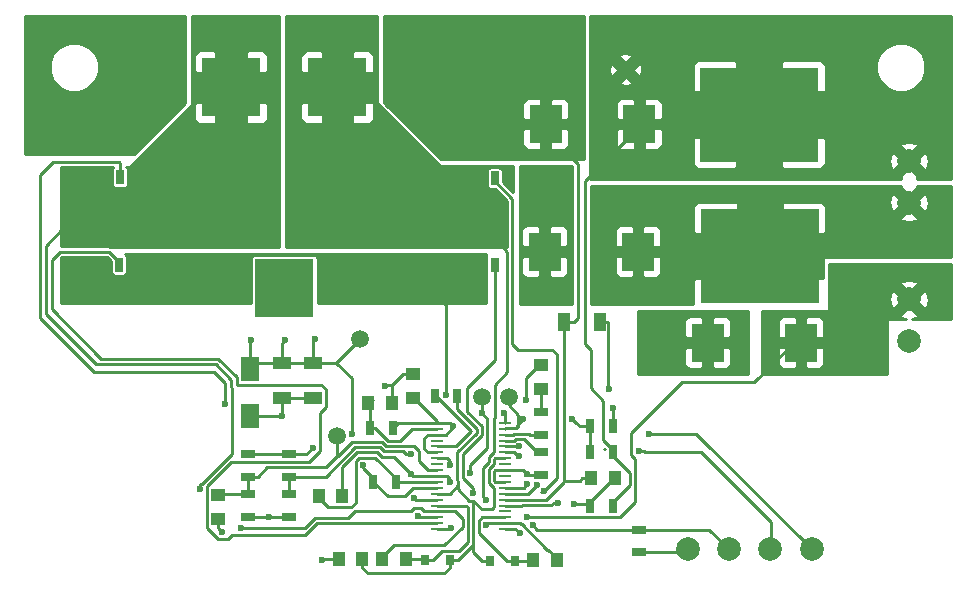
<source format=gbr>
G04 #@! TF.FileFunction,Copper,L1,Top,Signal*
%FSLAX46Y46*%
G04 Gerber Fmt 4.6, Leading zero omitted, Abs format (unit mm)*
G04 Created by KiCad (PCBNEW 4.0.5) date 10/06/17 09:47:02*
%MOMM*%
%LPD*%
G01*
G04 APERTURE LIST*
%ADD10C,0.100000*%
%ADD11C,1.998980*%
%ADD12R,2.700000X3.200000*%
%ADD13R,1.300000X0.700000*%
%ADD14R,0.700000X1.300000*%
%ADD15R,1.000000X1.250000*%
%ADD16R,1.000000X1.600000*%
%ADD17R,1.250000X1.000000*%
%ADD18R,1.600000X1.000000*%
%ADD19C,1.500000*%
%ADD20R,5.000000X5.000000*%
%ADD21R,10.000000X8.000000*%
%ADD22R,1.100000X0.285000*%
%ADD23R,0.800000X0.900000*%
%ADD24R,1.600000X2.000000*%
%ADD25C,0.500000*%
%ADD26R,0.700000X1.200000*%
%ADD27R,4.510000X3.400000*%
%ADD28C,0.600000*%
%ADD29C,0.250000*%
%ADD30C,0.254000*%
G04 APERTURE END LIST*
D10*
D11*
X169750060Y-115800000D03*
X173250180Y-115800000D03*
X166249940Y-115800000D03*
X162749820Y-115800000D03*
D12*
X150650000Y-90600000D03*
X158550000Y-90600000D03*
D13*
X158600000Y-116050000D03*
X158600000Y-114150000D03*
D14*
X156400001Y-105400000D03*
X154500001Y-105400000D03*
X154500001Y-107600000D03*
X156400001Y-107600000D03*
X156400000Y-112100000D03*
X154500000Y-112100000D03*
D13*
X150300000Y-109500001D03*
X150300000Y-107600001D03*
X150300000Y-104200000D03*
X150300000Y-106100000D03*
D14*
X143250000Y-102800000D03*
X141350000Y-102800000D03*
X137800000Y-105500000D03*
X135900000Y-105500000D03*
D13*
X129000000Y-111150000D03*
X129000000Y-113050000D03*
X129000000Y-107750000D03*
X129000000Y-109650000D03*
X125500000Y-111150000D03*
X125500000Y-113050000D03*
X125500000Y-107750000D03*
X125500000Y-109650000D03*
D14*
X136150000Y-110100000D03*
X138050000Y-110100000D03*
D15*
X156600000Y-109800000D03*
X154600000Y-109800000D03*
D16*
X152300000Y-96600000D03*
X155300000Y-96600000D03*
D15*
X149700000Y-116700000D03*
X151700000Y-116700000D03*
X138900000Y-116600000D03*
X136900000Y-116600000D03*
X135200000Y-116600000D03*
X133200000Y-116600000D03*
D17*
X150300000Y-100200000D03*
X150300000Y-102200000D03*
X139500000Y-101000000D03*
X139500000Y-103000000D03*
D15*
X135700000Y-103400000D03*
X137700000Y-103400000D03*
D18*
X131000000Y-100000000D03*
X131000000Y-103000000D03*
X128400000Y-100000000D03*
X128400000Y-103000000D03*
D17*
X123000000Y-111200000D03*
X123000000Y-113200000D03*
D15*
X131500000Y-111300000D03*
X133500000Y-111300000D03*
D12*
X158650000Y-79800000D03*
X150750000Y-79800000D03*
X164450000Y-98300000D03*
X172350000Y-98300000D03*
D19*
X147600000Y-102900000D03*
X145300000Y-102900000D03*
X133100000Y-106200000D03*
X157500000Y-75200000D03*
X135000000Y-98000000D03*
D11*
X181500000Y-86450060D03*
X181500000Y-82949940D03*
X181500000Y-98150060D03*
X181500000Y-94649940D03*
D20*
X133100000Y-76700000D03*
X124100000Y-76700000D03*
X128600000Y-93700000D03*
D21*
X168800000Y-79000000D03*
X168850000Y-91000000D03*
D22*
X141550000Y-105100000D03*
X141550000Y-105600000D03*
X141550000Y-106100000D03*
X141550000Y-106600000D03*
X141550000Y-107100000D03*
X141550000Y-107600000D03*
X141550000Y-108100000D03*
X141550000Y-108600000D03*
X141550000Y-109100000D03*
X141550000Y-109600000D03*
X141550000Y-110100000D03*
X141550000Y-110600000D03*
X141550000Y-111100000D03*
X141550000Y-111600000D03*
X141550000Y-112100000D03*
X141550000Y-112600000D03*
X141550000Y-113100000D03*
X141550000Y-113600000D03*
X141550000Y-114100000D03*
X147250000Y-114100000D03*
X147250000Y-113600000D03*
X147250000Y-113100000D03*
X147250000Y-112600000D03*
X147250000Y-112100000D03*
X147250000Y-111600000D03*
X147250000Y-111100000D03*
X147250000Y-110600000D03*
X147250000Y-110100000D03*
X147250000Y-109600000D03*
X147250000Y-109100000D03*
X147250000Y-108600000D03*
X147250000Y-108100000D03*
X147250000Y-107600000D03*
X147250000Y-107100000D03*
X147250000Y-106600000D03*
X147250000Y-106100000D03*
X147250000Y-105600000D03*
X147250000Y-105100000D03*
D23*
X140550000Y-116700000D03*
X142650000Y-116700000D03*
X148100000Y-116800000D03*
X146000000Y-116800000D03*
D24*
X125700000Y-100500000D03*
X125700000Y-104500000D03*
D25*
X178640000Y-90040000D03*
X178005000Y-90040000D03*
X177370000Y-90040000D03*
X176735000Y-90040000D03*
X176100000Y-90040000D03*
X178640000Y-89405000D03*
X178005000Y-89405000D03*
X177370000Y-89405000D03*
X176735000Y-89405000D03*
X176100000Y-89405000D03*
X178640000Y-88770000D03*
X178005000Y-88770000D03*
X177370000Y-88770000D03*
X176100000Y-88770000D03*
X178640000Y-88135000D03*
X178005000Y-88135000D03*
X177370000Y-88135000D03*
X176735000Y-88135000D03*
X176100000Y-88135000D03*
X178640000Y-87500000D03*
X178005000Y-87500000D03*
X177370000Y-87500000D03*
X176735000Y-87500000D03*
X176100000Y-87500000D03*
X176735000Y-88770000D03*
X170140000Y-92440000D03*
X169505000Y-92440000D03*
X168870000Y-92440000D03*
X168235000Y-92440000D03*
X167600000Y-92440000D03*
X170140000Y-91805000D03*
X169505000Y-91805000D03*
X168870000Y-91805000D03*
X168235000Y-91805000D03*
X167600000Y-91805000D03*
X170140000Y-91170000D03*
X169505000Y-91170000D03*
X168870000Y-91170000D03*
X167600000Y-91170000D03*
X170140000Y-90535000D03*
X169505000Y-90535000D03*
X168870000Y-90535000D03*
X168235000Y-90535000D03*
X167600000Y-90535000D03*
X170140000Y-89900000D03*
X169505000Y-89900000D03*
X168870000Y-89900000D03*
X168235000Y-89900000D03*
X167600000Y-89900000D03*
X168235000Y-91170000D03*
X153340000Y-76340000D03*
X152705000Y-76340000D03*
X152070000Y-76340000D03*
X151435000Y-76340000D03*
X150800000Y-76340000D03*
X153340000Y-75705000D03*
X152705000Y-75705000D03*
X152070000Y-75705000D03*
X151435000Y-75705000D03*
X150800000Y-75705000D03*
X153340000Y-75070000D03*
X152705000Y-75070000D03*
X152070000Y-75070000D03*
X150800000Y-75070000D03*
X153340000Y-74435000D03*
X152705000Y-74435000D03*
X152070000Y-74435000D03*
X151435000Y-74435000D03*
X150800000Y-74435000D03*
X153340000Y-73800000D03*
X152705000Y-73800000D03*
X152070000Y-73800000D03*
X151435000Y-73800000D03*
X150800000Y-73800000D03*
X151435000Y-75070000D03*
X147040000Y-76340000D03*
X146405000Y-76340000D03*
X145770000Y-76340000D03*
X145135000Y-76340000D03*
X144500000Y-76340000D03*
X147040000Y-75705000D03*
X146405000Y-75705000D03*
X145770000Y-75705000D03*
X145135000Y-75705000D03*
X144500000Y-75705000D03*
X147040000Y-75070000D03*
X146405000Y-75070000D03*
X145770000Y-75070000D03*
X144500000Y-75070000D03*
X147040000Y-74435000D03*
X146405000Y-74435000D03*
X145770000Y-74435000D03*
X145135000Y-74435000D03*
X144500000Y-74435000D03*
X147040000Y-73800000D03*
X146405000Y-73800000D03*
X145770000Y-73800000D03*
X145135000Y-73800000D03*
X144500000Y-73800000D03*
X145135000Y-75070000D03*
X150240000Y-76340000D03*
X149605000Y-76340000D03*
X148970000Y-76340000D03*
X148335000Y-76340000D03*
X147700000Y-76340000D03*
X150240000Y-75705000D03*
X149605000Y-75705000D03*
X148970000Y-75705000D03*
X148335000Y-75705000D03*
X147700000Y-75705000D03*
X150240000Y-75070000D03*
X149605000Y-75070000D03*
X148970000Y-75070000D03*
X147700000Y-75070000D03*
X150240000Y-74435000D03*
X149605000Y-74435000D03*
X148970000Y-74435000D03*
X148335000Y-74435000D03*
X147700000Y-74435000D03*
X150240000Y-73800000D03*
X149605000Y-73800000D03*
X148970000Y-73800000D03*
X148335000Y-73800000D03*
X147700000Y-73800000D03*
X148335000Y-75070000D03*
X134040000Y-82940000D03*
X133405000Y-82940000D03*
X132770000Y-82940000D03*
X132135000Y-82940000D03*
X131500000Y-82940000D03*
X134040000Y-82305000D03*
X133405000Y-82305000D03*
X132770000Y-82305000D03*
X132135000Y-82305000D03*
X131500000Y-82305000D03*
X134040000Y-81670000D03*
X133405000Y-81670000D03*
X132770000Y-81670000D03*
X131500000Y-81670000D03*
X134040000Y-81035000D03*
X133405000Y-81035000D03*
X132770000Y-81035000D03*
X132135000Y-81035000D03*
X131500000Y-81035000D03*
X134040000Y-80400000D03*
X133405000Y-80400000D03*
X132770000Y-80400000D03*
X132135000Y-80400000D03*
X131500000Y-80400000D03*
X132135000Y-81670000D03*
X134040000Y-77940000D03*
X133405000Y-77940000D03*
X132770000Y-77940000D03*
X132135000Y-77940000D03*
X131500000Y-77940000D03*
X134040000Y-77305000D03*
X133405000Y-77305000D03*
X132770000Y-77305000D03*
X132135000Y-77305000D03*
X131500000Y-77305000D03*
X134040000Y-76670000D03*
X133405000Y-76670000D03*
X132770000Y-76670000D03*
X131500000Y-76670000D03*
X134040000Y-76035000D03*
X133405000Y-76035000D03*
X132770000Y-76035000D03*
X132135000Y-76035000D03*
X131500000Y-76035000D03*
X134040000Y-75400000D03*
X133405000Y-75400000D03*
X132770000Y-75400000D03*
X132135000Y-75400000D03*
X131500000Y-75400000D03*
X132135000Y-76670000D03*
X134040000Y-89340000D03*
X133405000Y-89340000D03*
X132770000Y-89340000D03*
X132135000Y-89340000D03*
X131500000Y-89340000D03*
X134040000Y-88705000D03*
X133405000Y-88705000D03*
X132770000Y-88705000D03*
X132135000Y-88705000D03*
X131500000Y-88705000D03*
X134040000Y-88070000D03*
X133405000Y-88070000D03*
X132770000Y-88070000D03*
X131500000Y-88070000D03*
X134040000Y-87435000D03*
X133405000Y-87435000D03*
X132770000Y-87435000D03*
X132135000Y-87435000D03*
X131500000Y-87435000D03*
X134040000Y-86800000D03*
X133405000Y-86800000D03*
X132770000Y-86800000D03*
X132135000Y-86800000D03*
X131500000Y-86800000D03*
X132135000Y-88070000D03*
X134040000Y-86140000D03*
X133405000Y-86140000D03*
X132770000Y-86140000D03*
X132135000Y-86140000D03*
X131500000Y-86140000D03*
X134040000Y-85505000D03*
X133405000Y-85505000D03*
X132770000Y-85505000D03*
X132135000Y-85505000D03*
X131500000Y-85505000D03*
X134040000Y-84870000D03*
X133405000Y-84870000D03*
X132770000Y-84870000D03*
X131500000Y-84870000D03*
X134040000Y-84235000D03*
X133405000Y-84235000D03*
X132770000Y-84235000D03*
X132135000Y-84235000D03*
X131500000Y-84235000D03*
X134040000Y-83600000D03*
X133405000Y-83600000D03*
X132770000Y-83600000D03*
X132135000Y-83600000D03*
X131500000Y-83600000D03*
X132135000Y-84870000D03*
X125640000Y-83040000D03*
X125005000Y-83040000D03*
X124370000Y-83040000D03*
X123735000Y-83040000D03*
X123100000Y-83040000D03*
X125640000Y-82405000D03*
X125005000Y-82405000D03*
X124370000Y-82405000D03*
X123735000Y-82405000D03*
X123100000Y-82405000D03*
X125640000Y-81770000D03*
X125005000Y-81770000D03*
X124370000Y-81770000D03*
X123100000Y-81770000D03*
X125640000Y-81135000D03*
X125005000Y-81135000D03*
X124370000Y-81135000D03*
X123735000Y-81135000D03*
X123100000Y-81135000D03*
X125640000Y-80500000D03*
X125005000Y-80500000D03*
X124370000Y-80500000D03*
X123735000Y-80500000D03*
X123100000Y-80500000D03*
X123735000Y-81770000D03*
X125640000Y-78040000D03*
X125005000Y-78040000D03*
X124370000Y-78040000D03*
X123735000Y-78040000D03*
X123100000Y-78040000D03*
X125640000Y-77405000D03*
X125005000Y-77405000D03*
X124370000Y-77405000D03*
X123735000Y-77405000D03*
X123100000Y-77405000D03*
X125640000Y-76770000D03*
X125005000Y-76770000D03*
X124370000Y-76770000D03*
X123100000Y-76770000D03*
X125640000Y-76135000D03*
X125005000Y-76135000D03*
X124370000Y-76135000D03*
X123735000Y-76135000D03*
X123100000Y-76135000D03*
X125640000Y-75500000D03*
X125005000Y-75500000D03*
X124370000Y-75500000D03*
X123735000Y-75500000D03*
X123100000Y-75500000D03*
X123735000Y-76770000D03*
X125640000Y-89240000D03*
X125005000Y-89240000D03*
X124370000Y-89240000D03*
X123735000Y-89240000D03*
X123100000Y-89240000D03*
X125640000Y-88605000D03*
X125005000Y-88605000D03*
X124370000Y-88605000D03*
X123735000Y-88605000D03*
X123100000Y-88605000D03*
X125640000Y-87970000D03*
X125005000Y-87970000D03*
X124370000Y-87970000D03*
X123100000Y-87970000D03*
X125640000Y-87335000D03*
X125005000Y-87335000D03*
X124370000Y-87335000D03*
X123735000Y-87335000D03*
X123100000Y-87335000D03*
X125640000Y-86700000D03*
X125005000Y-86700000D03*
X124370000Y-86700000D03*
X123735000Y-86700000D03*
X123100000Y-86700000D03*
X123735000Y-87970000D03*
X141340000Y-94140000D03*
X140705000Y-94140000D03*
X140070000Y-94140000D03*
X139435000Y-94140000D03*
X138800000Y-94140000D03*
X141340000Y-93505000D03*
X140705000Y-93505000D03*
X140070000Y-93505000D03*
X139435000Y-93505000D03*
X138800000Y-93505000D03*
X141340000Y-92870000D03*
X140705000Y-92870000D03*
X140070000Y-92870000D03*
X138800000Y-92870000D03*
X141340000Y-92235000D03*
X140705000Y-92235000D03*
X140070000Y-92235000D03*
X139435000Y-92235000D03*
X138800000Y-92235000D03*
X141340000Y-91600000D03*
X140705000Y-91600000D03*
X140070000Y-91600000D03*
X139435000Y-91600000D03*
X138800000Y-91600000D03*
X139435000Y-92870000D03*
X121740000Y-93940000D03*
X121105000Y-93940000D03*
X120470000Y-93940000D03*
X119835000Y-93940000D03*
X119200000Y-93940000D03*
X121740000Y-93305000D03*
X121105000Y-93305000D03*
X120470000Y-93305000D03*
X119835000Y-93305000D03*
X119200000Y-93305000D03*
X121740000Y-92670000D03*
X121105000Y-92670000D03*
X120470000Y-92670000D03*
X119200000Y-92670000D03*
X121740000Y-92035000D03*
X121105000Y-92035000D03*
X120470000Y-92035000D03*
X119835000Y-92035000D03*
X119200000Y-92035000D03*
X121740000Y-91400000D03*
X121105000Y-91400000D03*
X120470000Y-91400000D03*
X119835000Y-91400000D03*
X119200000Y-91400000D03*
X119835000Y-92670000D03*
X161740000Y-99440000D03*
X161105000Y-99440000D03*
X160470000Y-99440000D03*
X159835000Y-99440000D03*
X159200000Y-99440000D03*
X161740000Y-98805000D03*
X161105000Y-98805000D03*
X160470000Y-98805000D03*
X159835000Y-98805000D03*
X159200000Y-98805000D03*
X161740000Y-98170000D03*
X161105000Y-98170000D03*
X160470000Y-98170000D03*
X159200000Y-98170000D03*
X161740000Y-97535000D03*
X161105000Y-97535000D03*
X160470000Y-97535000D03*
X159835000Y-97535000D03*
X159200000Y-97535000D03*
X161740000Y-96900000D03*
X161105000Y-96900000D03*
X160470000Y-96900000D03*
X159835000Y-96900000D03*
X159200000Y-96900000D03*
X159835000Y-98170000D03*
X125640000Y-86140000D03*
X125005000Y-86140000D03*
X124370000Y-86140000D03*
X123735000Y-86140000D03*
X123100000Y-86140000D03*
X125640000Y-85505000D03*
X125005000Y-85505000D03*
X124370000Y-85505000D03*
X123735000Y-85505000D03*
X123100000Y-85505000D03*
X125640000Y-84870000D03*
X125005000Y-84870000D03*
X124370000Y-84870000D03*
X123100000Y-84870000D03*
X125640000Y-84235000D03*
X125005000Y-84235000D03*
X124370000Y-84235000D03*
X123735000Y-84235000D03*
X123100000Y-84235000D03*
X125640000Y-83600000D03*
X125005000Y-83600000D03*
X124370000Y-83600000D03*
X123735000Y-83600000D03*
X123100000Y-83600000D03*
X123735000Y-84870000D03*
X118540000Y-93940000D03*
X117905000Y-93940000D03*
X117270000Y-93940000D03*
X116635000Y-93940000D03*
X116000000Y-93940000D03*
X118540000Y-93305000D03*
X117905000Y-93305000D03*
X117270000Y-93305000D03*
X116635000Y-93305000D03*
X116000000Y-93305000D03*
X118540000Y-92670000D03*
X117905000Y-92670000D03*
X117270000Y-92670000D03*
X116000000Y-92670000D03*
X118540000Y-92035000D03*
X117905000Y-92035000D03*
X117270000Y-92035000D03*
X116635000Y-92035000D03*
X116000000Y-92035000D03*
X118540000Y-91400000D03*
X117905000Y-91400000D03*
X117270000Y-91400000D03*
X116635000Y-91400000D03*
X116000000Y-91400000D03*
X116635000Y-92670000D03*
X152140000Y-86940000D03*
X151505000Y-86940000D03*
X150870000Y-86940000D03*
X150235000Y-86940000D03*
X149600000Y-86940000D03*
X152140000Y-86305000D03*
X151505000Y-86305000D03*
X150870000Y-86305000D03*
X150235000Y-86305000D03*
X149600000Y-86305000D03*
X152140000Y-85670000D03*
X151505000Y-85670000D03*
X150870000Y-85670000D03*
X149600000Y-85670000D03*
X152140000Y-85035000D03*
X151505000Y-85035000D03*
X150870000Y-85035000D03*
X150235000Y-85035000D03*
X149600000Y-85035000D03*
X152140000Y-84400000D03*
X151505000Y-84400000D03*
X150870000Y-84400000D03*
X150235000Y-84400000D03*
X149600000Y-84400000D03*
X150235000Y-85670000D03*
D26*
X110800000Y-91700000D03*
X112070000Y-91700000D03*
X113340000Y-91700000D03*
X114610000Y-91700000D03*
X114610000Y-86620000D03*
X113340000Y-86620000D03*
X112070000Y-86620000D03*
X110800000Y-86620000D03*
D27*
X112705000Y-88200000D03*
D25*
X110800000Y-87636000D03*
X111435000Y-87636000D03*
X112070000Y-87636000D03*
X112705000Y-87636000D03*
X113340000Y-87636000D03*
X113975000Y-87636000D03*
X114610000Y-87636000D03*
X110800000Y-88271000D03*
X111435000Y-88271000D03*
X112070000Y-88271000D03*
X112705000Y-88271000D03*
X113340000Y-88271000D03*
X113975000Y-88271000D03*
X114610000Y-88271000D03*
X110800000Y-88906000D03*
X111435000Y-88906000D03*
X112070000Y-88906000D03*
X112705000Y-88906000D03*
X113340000Y-88906000D03*
X113975000Y-88906000D03*
X114610000Y-88906000D03*
X110800000Y-89541000D03*
X111435000Y-89541000D03*
X112070000Y-89541000D03*
X112705000Y-89541000D03*
X113340000Y-89541000D03*
X113975000Y-89541000D03*
X114610000Y-89541000D03*
D26*
X110900000Y-84300000D03*
X112170000Y-84300000D03*
X113440000Y-84300000D03*
X114710000Y-84300000D03*
X114710000Y-79220000D03*
X113440000Y-79220000D03*
X112170000Y-79220000D03*
X110900000Y-79220000D03*
D27*
X112805000Y-80800000D03*
D25*
X110900000Y-80236000D03*
X111535000Y-80236000D03*
X112170000Y-80236000D03*
X112805000Y-80236000D03*
X113440000Y-80236000D03*
X114075000Y-80236000D03*
X114710000Y-80236000D03*
X110900000Y-80871000D03*
X111535000Y-80871000D03*
X112170000Y-80871000D03*
X112805000Y-80871000D03*
X113440000Y-80871000D03*
X114075000Y-80871000D03*
X114710000Y-80871000D03*
X110900000Y-81506000D03*
X111535000Y-81506000D03*
X112170000Y-81506000D03*
X112805000Y-81506000D03*
X113440000Y-81506000D03*
X114075000Y-81506000D03*
X114710000Y-81506000D03*
X110900000Y-82141000D03*
X111535000Y-82141000D03*
X112170000Y-82141000D03*
X112805000Y-82141000D03*
X113440000Y-82141000D03*
X114075000Y-82141000D03*
X114710000Y-82141000D03*
D26*
X142600000Y-84400000D03*
X143870000Y-84400000D03*
X145140000Y-84400000D03*
X146410000Y-84400000D03*
X146410000Y-79320000D03*
X145140000Y-79320000D03*
X143870000Y-79320000D03*
X142600000Y-79320000D03*
D27*
X144505000Y-80900000D03*
D25*
X142600000Y-80336000D03*
X143235000Y-80336000D03*
X143870000Y-80336000D03*
X144505000Y-80336000D03*
X145140000Y-80336000D03*
X145775000Y-80336000D03*
X146410000Y-80336000D03*
X142600000Y-80971000D03*
X143235000Y-80971000D03*
X143870000Y-80971000D03*
X144505000Y-80971000D03*
X145140000Y-80971000D03*
X145775000Y-80971000D03*
X146410000Y-80971000D03*
X142600000Y-81606000D03*
X143235000Y-81606000D03*
X143870000Y-81606000D03*
X144505000Y-81606000D03*
X145140000Y-81606000D03*
X145775000Y-81606000D03*
X146410000Y-81606000D03*
X142600000Y-82241000D03*
X143235000Y-82241000D03*
X143870000Y-82241000D03*
X144505000Y-82241000D03*
X145140000Y-82241000D03*
X145775000Y-82241000D03*
X146410000Y-82241000D03*
D26*
X142600000Y-91700000D03*
X143870000Y-91700000D03*
X145140000Y-91700000D03*
X146410000Y-91700000D03*
X146410000Y-86620000D03*
X145140000Y-86620000D03*
X143870000Y-86620000D03*
X142600000Y-86620000D03*
D27*
X144505000Y-88200000D03*
D25*
X142600000Y-87636000D03*
X143235000Y-87636000D03*
X143870000Y-87636000D03*
X144505000Y-87636000D03*
X145140000Y-87636000D03*
X145775000Y-87636000D03*
X146410000Y-87636000D03*
X142600000Y-88271000D03*
X143235000Y-88271000D03*
X143870000Y-88271000D03*
X144505000Y-88271000D03*
X145140000Y-88271000D03*
X145775000Y-88271000D03*
X146410000Y-88271000D03*
X142600000Y-88906000D03*
X143235000Y-88906000D03*
X143870000Y-88906000D03*
X144505000Y-88906000D03*
X145140000Y-88906000D03*
X145775000Y-88906000D03*
X146410000Y-88906000D03*
X142600000Y-89541000D03*
X143235000Y-89541000D03*
X143870000Y-89541000D03*
X144505000Y-89541000D03*
X145140000Y-89541000D03*
X145775000Y-89541000D03*
X146410000Y-89541000D03*
X117540000Y-76040000D03*
X116905000Y-76040000D03*
X116270000Y-76040000D03*
X115635000Y-76040000D03*
X115000000Y-76040000D03*
X117540000Y-75405000D03*
X116905000Y-75405000D03*
X116270000Y-75405000D03*
X115635000Y-75405000D03*
X115000000Y-75405000D03*
X117540000Y-74770000D03*
X116905000Y-74770000D03*
X116270000Y-74770000D03*
X115000000Y-74770000D03*
X117540000Y-74135000D03*
X116905000Y-74135000D03*
X116270000Y-74135000D03*
X115635000Y-74135000D03*
X115000000Y-74135000D03*
X117540000Y-73500000D03*
X116905000Y-73500000D03*
X116270000Y-73500000D03*
X115635000Y-73500000D03*
X115000000Y-73500000D03*
X115635000Y-74770000D03*
D28*
X142645143Y-110079744D03*
X149144106Y-113094294D03*
X131000000Y-107200000D03*
X139300000Y-109400000D03*
X149134016Y-109460773D03*
X148533971Y-114442873D03*
X123324502Y-114316010D03*
X139900000Y-112974990D03*
X131800000Y-116700000D03*
X148505961Y-107094816D03*
X149100000Y-103200000D03*
X137100000Y-102000000D03*
X156425010Y-103847196D03*
X156100000Y-102200000D03*
X127300000Y-113100000D03*
X128400000Y-104500000D03*
X134343652Y-106070680D03*
X135279767Y-108670725D03*
X125800000Y-98100000D03*
X131200000Y-98000000D03*
X128700000Y-98100000D03*
X124900000Y-113974990D03*
X121424989Y-110683182D03*
X145700009Y-113725010D03*
X145700000Y-111600000D03*
X149970787Y-110352552D03*
X153100000Y-112000000D03*
X123553520Y-103470320D03*
X139600000Y-111500000D03*
X149174617Y-110274237D03*
X142321580Y-102700698D03*
X150592748Y-110865128D03*
X151782780Y-111914940D03*
X144550113Y-111065603D03*
X142700000Y-114000000D03*
X144336013Y-109365572D03*
X139371705Y-107756327D03*
X145300000Y-104300000D03*
X147200000Y-104300000D03*
X153000000Y-104774990D03*
X148800000Y-104774990D03*
X148508667Y-107938425D03*
X158600000Y-107500000D03*
X149635037Y-113746165D03*
X142600026Y-108629611D03*
X159475170Y-106028490D03*
X142866008Y-105379445D03*
D29*
X155688589Y-107325000D02*
X155725000Y-107325000D01*
X131500000Y-111300000D02*
X131500000Y-111425000D01*
X134968333Y-108045723D02*
X136295723Y-108045723D01*
X132325001Y-112250001D02*
X134260001Y-112250001D01*
X131500000Y-111425000D02*
X132325001Y-112250001D01*
X134643333Y-108370723D02*
X134968333Y-108045723D01*
X136295723Y-108045723D02*
X138050000Y-109800000D01*
X134260001Y-112250001D02*
X134643333Y-111866669D01*
X134643333Y-111866669D02*
X134643333Y-108370723D01*
X138050000Y-109800000D02*
X138050000Y-110100000D01*
X141550000Y-110100000D02*
X138050000Y-110100000D01*
X141550000Y-109600000D02*
X142350000Y-109600000D01*
X142645143Y-109895143D02*
X142645143Y-110079744D01*
X142350000Y-109600000D02*
X142645143Y-109895143D01*
X136836452Y-107950042D02*
X137850042Y-107950042D01*
X134781933Y-107595712D02*
X136482123Y-107595712D01*
X133500000Y-108877645D02*
X134781933Y-107595712D01*
X133500000Y-111300000D02*
X133500000Y-108877645D01*
X137850042Y-107950042D02*
X139000001Y-109100001D01*
X136482123Y-107595712D02*
X136836452Y-107950042D01*
X139000001Y-109100001D02*
X139300000Y-109400000D01*
X172350000Y-98300000D02*
X171722320Y-98300000D01*
X158299998Y-108125002D02*
X158299998Y-111785004D01*
X149568370Y-113094294D02*
X149144106Y-113094294D01*
X171722320Y-98300000D02*
X168343141Y-101679179D01*
X157974998Y-105999998D02*
X157974998Y-107800002D01*
X168343141Y-101679179D02*
X162295817Y-101679179D01*
X162295817Y-101679179D02*
X157974998Y-105999998D01*
X157974998Y-107800002D02*
X158299998Y-108125002D01*
X158299998Y-111785004D02*
X156990708Y-113094294D01*
X156990708Y-113094294D02*
X149568370Y-113094294D01*
X141550000Y-109600000D02*
X139500000Y-109600000D01*
X130450000Y-107750000D02*
X129000000Y-107750000D01*
X131000000Y-107200000D02*
X130450000Y-107750000D01*
X139500000Y-109600000D02*
X139300000Y-109400000D01*
X125500000Y-107750000D02*
X129000000Y-107750000D01*
X139601832Y-107050020D02*
X137209252Y-107050020D01*
X134317290Y-106695690D02*
X133112980Y-107900000D01*
X141550000Y-109100000D02*
X140750000Y-109100000D01*
X140750000Y-109100000D02*
X139996706Y-108346706D01*
X139996706Y-108346706D02*
X139996706Y-107444894D01*
X139996706Y-107444894D02*
X139601832Y-107050020D01*
X137209252Y-107050020D02*
X136854923Y-106695690D01*
X136854923Y-106695690D02*
X134317290Y-106695690D01*
X133112980Y-107900000D02*
X133100000Y-107900000D01*
X127174988Y-108875012D02*
X126400000Y-109650000D01*
X126400000Y-109650000D02*
X125500000Y-109650000D01*
X133100000Y-107900000D02*
X132124988Y-108875012D01*
X132124988Y-108875012D02*
X127174988Y-108875012D01*
X125500000Y-111150000D02*
X123050000Y-111150000D01*
X123050000Y-111150000D02*
X123000000Y-111200000D01*
X133100000Y-106200000D02*
X133100000Y-107260660D01*
X133100000Y-107260660D02*
X133100000Y-107900000D01*
X125500000Y-109650000D02*
X125500000Y-111150000D01*
X150300000Y-109500001D02*
X149173244Y-109500001D01*
X149173244Y-109500001D02*
X149134016Y-109460773D01*
X147250000Y-109100000D02*
X148773243Y-109100000D01*
X148773243Y-109100000D02*
X149134016Y-109460773D01*
X146374999Y-109197499D02*
X146439999Y-109132499D01*
X146439999Y-109132499D02*
X147217501Y-109132499D01*
X147217501Y-109132499D02*
X147250000Y-109100000D01*
X150300000Y-109500001D02*
X150000000Y-109500001D01*
X147250000Y-110100000D02*
X146472498Y-110100000D01*
X146472498Y-110100000D02*
X146374999Y-110002501D01*
X146374999Y-110002501D02*
X146374999Y-109197499D01*
X158600000Y-116050000D02*
X162499820Y-116050000D01*
X162499820Y-116050000D02*
X162749820Y-115800000D01*
X148233972Y-114142874D02*
X148533971Y-114442873D01*
X148191098Y-114100000D02*
X148233972Y-114142874D01*
X147250000Y-114100000D02*
X148191098Y-114100000D01*
X123000000Y-113200000D02*
X123000000Y-113991508D01*
X123024503Y-114016011D02*
X123324502Y-114316010D01*
X123000000Y-113991508D02*
X123024503Y-114016011D01*
X140025010Y-113100000D02*
X139900000Y-112974990D01*
X141550000Y-113100000D02*
X140025010Y-113100000D01*
X133200000Y-116600000D02*
X131900000Y-116600000D01*
X131900000Y-116600000D02*
X131800000Y-116700000D01*
X148500777Y-107100000D02*
X148505961Y-107094816D01*
X147250000Y-107100000D02*
X148500777Y-107100000D01*
X150300000Y-100200000D02*
X150175000Y-100200000D01*
X150175000Y-100200000D02*
X149100000Y-101275000D01*
X149100000Y-101275000D02*
X149100000Y-101400000D01*
X149100000Y-101400000D02*
X149100000Y-103200000D01*
X150300000Y-100200000D02*
X149800000Y-100200000D01*
X137700000Y-101925000D02*
X137175000Y-101925000D01*
X137175000Y-101925000D02*
X137100000Y-102000000D01*
X139500000Y-101000000D02*
X138625000Y-101000000D01*
X138625000Y-101000000D02*
X137700000Y-101925000D01*
X137700000Y-101925000D02*
X137700000Y-102525000D01*
X137700000Y-102525000D02*
X137700000Y-103400000D01*
X156400001Y-105400000D02*
X156400001Y-103872205D01*
X156400001Y-103872205D02*
X156425010Y-103847196D01*
X156050000Y-96600000D02*
X156050000Y-102150000D01*
X156050000Y-102150000D02*
X156100000Y-102200000D01*
X155300000Y-96600000D02*
X156050000Y-96600000D01*
X131000000Y-103000000D02*
X128400000Y-103000000D01*
X129000000Y-113050000D02*
X127350000Y-113050000D01*
X127250000Y-113050000D02*
X127300000Y-113100000D01*
X127250000Y-113050000D02*
X125500000Y-113050000D01*
X127350000Y-113050000D02*
X127300000Y-113100000D01*
X125700000Y-104500000D02*
X128400000Y-104500000D01*
X128400000Y-104500000D02*
X128400000Y-103000000D01*
X134343652Y-105646416D02*
X134343652Y-106070680D01*
X134343652Y-101343652D02*
X134343652Y-105646416D01*
X133000000Y-100000000D02*
X134343652Y-101343652D01*
X135279767Y-108929767D02*
X135279767Y-108670725D01*
X136150000Y-109800000D02*
X135279767Y-108929767D01*
X136150000Y-110100000D02*
X136150000Y-109800000D01*
X125700000Y-100500000D02*
X125700000Y-98200000D01*
X125700000Y-98200000D02*
X125800000Y-98100000D01*
X131000000Y-100000000D02*
X131000000Y-98200000D01*
X131000000Y-98200000D02*
X131200000Y-98000000D01*
X128400000Y-100000000D02*
X128400000Y-98400000D01*
X128400000Y-98400000D02*
X128700000Y-98100000D01*
X128400000Y-100000000D02*
X126200000Y-100000000D01*
X126200000Y-100000000D02*
X125700000Y-100500000D01*
X131000000Y-100000000D02*
X128400000Y-100000000D01*
X131000000Y-100000000D02*
X133000000Y-100000000D01*
X133000000Y-100000000D02*
X135000000Y-98000000D01*
X141550000Y-110600000D02*
X139500000Y-110600000D01*
X137350000Y-111300000D02*
X136150000Y-110100000D01*
X138800000Y-111300000D02*
X137350000Y-111300000D01*
X139500000Y-110600000D02*
X138800000Y-111300000D01*
X143261001Y-107580134D02*
X143261001Y-109973177D01*
X143261001Y-109973177D02*
X143300000Y-110012176D01*
X143300000Y-110012176D02*
X143300000Y-110400000D01*
X144883132Y-105958003D02*
X143261001Y-107580134D01*
X143250000Y-102800000D02*
X143250000Y-103952069D01*
X143250000Y-103952069D02*
X144883132Y-105585201D01*
X144883132Y-105585201D02*
X144883132Y-105958003D01*
X143300000Y-110722248D02*
X143300000Y-110400000D01*
X144600000Y-111700000D02*
X144277752Y-111700000D01*
X144277752Y-111700000D02*
X143300000Y-110722248D01*
X146374999Y-108561088D02*
X145924988Y-109011099D01*
X145924988Y-109011099D02*
X145924988Y-110188901D01*
X145924988Y-110188901D02*
X146374999Y-110638912D01*
X146374999Y-112250005D02*
X146200002Y-112425002D01*
X146472498Y-108100000D02*
X146374999Y-108197499D01*
X147250000Y-108100000D02*
X146472498Y-108100000D01*
X146200002Y-112425002D02*
X145325002Y-112425002D01*
X145325002Y-112425002D02*
X144600000Y-111700000D01*
X146374999Y-110638912D02*
X146374999Y-112250005D01*
X146374999Y-108197499D02*
X146374999Y-108561088D01*
X135200000Y-116600000D02*
X135200000Y-117400000D01*
X135200000Y-117400000D02*
X135654128Y-117854128D01*
X135654128Y-117854128D02*
X142164595Y-117854128D01*
X142164595Y-117854128D02*
X142650000Y-117368723D01*
X142650000Y-117368723D02*
X142650000Y-116700000D01*
X144600000Y-115400000D02*
X144600000Y-111700000D01*
X146000000Y-116800000D02*
X145350000Y-116800000D01*
X145350000Y-116800000D02*
X144600000Y-116050000D01*
X144600000Y-116050000D02*
X144600000Y-115400000D01*
X142650000Y-116700000D02*
X143300000Y-116700000D01*
X143300000Y-116700000D02*
X144600000Y-115400000D01*
X143300000Y-110400000D02*
X142600000Y-111100000D01*
X142600000Y-111100000D02*
X141550000Y-111100000D01*
X144149990Y-115200000D02*
X144131828Y-115200000D01*
X144023095Y-112100000D02*
X144149990Y-112226895D01*
X144131828Y-115200000D02*
X143406829Y-115924999D01*
X141200000Y-116700000D02*
X140550000Y-116700000D01*
X143406829Y-115924999D02*
X141975001Y-115924999D01*
X141975001Y-115924999D02*
X141200000Y-116700000D01*
X141550000Y-112100000D02*
X144023095Y-112100000D01*
X144149990Y-112226895D02*
X144149990Y-115200000D01*
X138900000Y-116600000D02*
X140450000Y-116600000D01*
X140450000Y-116600000D02*
X140550000Y-116700000D01*
X140550000Y-116700000D02*
X140600000Y-116700000D01*
X124178522Y-107703598D02*
X121623202Y-110258918D01*
X109800000Y-88700000D02*
X108400000Y-90100000D01*
X112650011Y-100150011D02*
X122822917Y-100150011D01*
X108400000Y-95900000D02*
X112650011Y-100150011D01*
X122822917Y-100150011D02*
X124117562Y-101444656D01*
X124117562Y-101444656D02*
X124117562Y-102052718D01*
X108400000Y-90100000D02*
X108400000Y-95900000D01*
X124117562Y-102052718D02*
X124178522Y-102113678D01*
X124178522Y-102113678D02*
X124178522Y-107703598D01*
X121623202Y-110258918D02*
X121424989Y-110258918D01*
X121424989Y-110258918D02*
X121424989Y-110683182D01*
X141550000Y-112600000D02*
X143028433Y-112600000D01*
X143028433Y-112600000D02*
X143699980Y-113271547D01*
X143699980Y-113271547D02*
X143699980Y-113925022D01*
X143699980Y-113925022D02*
X142150012Y-115474990D01*
X142150012Y-115474990D02*
X137900010Y-115474990D01*
X137900010Y-115474990D02*
X136900000Y-116475000D01*
X136900000Y-116475000D02*
X136900000Y-116600000D01*
X131187485Y-113149989D02*
X130362485Y-113974990D01*
X133996424Y-113149989D02*
X131187485Y-113149989D01*
X134546413Y-112600000D02*
X133996424Y-113149989D01*
X139599998Y-112349988D02*
X139349986Y-112600000D01*
X140200002Y-112349988D02*
X139599998Y-112349988D01*
X141550000Y-112600000D02*
X140450014Y-112600000D01*
X125324264Y-113974990D02*
X124900000Y-113974990D01*
X130362485Y-113974990D02*
X125324264Y-113974990D01*
X140450014Y-112600000D02*
X140200002Y-112349988D01*
X139349986Y-112600000D02*
X134546413Y-112600000D01*
X145074999Y-114424999D02*
X145074999Y-113399999D01*
X145074999Y-113399999D02*
X145374998Y-113100000D01*
X148100000Y-116800000D02*
X147450000Y-116800000D01*
X147450000Y-116800000D02*
X145074999Y-114424999D01*
X145374998Y-113100000D02*
X146450000Y-113100000D01*
X146450000Y-113100000D02*
X147250000Y-113100000D01*
X149700000Y-116825000D02*
X149700000Y-116700000D01*
X148100000Y-116800000D02*
X149600000Y-116800000D01*
X149600000Y-116800000D02*
X149700000Y-116700000D01*
X151700000Y-116575000D02*
X151700000Y-116700000D01*
X150950000Y-115825000D02*
X151700000Y-116575000D01*
X148637027Y-113704142D02*
X148704142Y-113704142D01*
X148532885Y-113600000D02*
X148637027Y-113704142D01*
X147250000Y-113600000D02*
X148532885Y-113600000D01*
X148704142Y-113704142D02*
X150825000Y-115825000D01*
X150825000Y-115825000D02*
X150950000Y-115825000D01*
X145400001Y-111300001D02*
X145700000Y-111600000D01*
X146374999Y-107561088D02*
X145913530Y-108022557D01*
X145913530Y-108386146D02*
X145400001Y-108899675D01*
X146374999Y-104697499D02*
X146374999Y-107561088D01*
X147470421Y-100829579D02*
X146400000Y-101900000D01*
X146400000Y-101900000D02*
X146400000Y-104672498D01*
X146410000Y-89541000D02*
X147470421Y-90601421D01*
X146400000Y-104672498D02*
X146374999Y-104697499D01*
X145913530Y-108022557D02*
X145913530Y-108386146D01*
X147470421Y-90601421D02*
X147470421Y-100829579D01*
X145400001Y-108899675D02*
X145400001Y-111300001D01*
X145825019Y-113600000D02*
X145700009Y-113725010D01*
X147250000Y-113600000D02*
X145825019Y-113600000D01*
X152300000Y-110082880D02*
X152300000Y-110025004D01*
X148058280Y-111591720D02*
X150791160Y-111591720D01*
X150791160Y-111591720D02*
X152300000Y-110082880D01*
X148050000Y-111600000D02*
X148058280Y-111591720D01*
X147250000Y-111600000D02*
X148050000Y-111600000D01*
X150750000Y-79800000D02*
X150750000Y-81650000D01*
X150750000Y-81650000D02*
X151600000Y-82500000D01*
X151600000Y-82500000D02*
X152800000Y-82500000D01*
X152800000Y-82500000D02*
X153500000Y-83200000D01*
X153500000Y-83200000D02*
X153500000Y-96200000D01*
X153500000Y-96200000D02*
X153100000Y-96600000D01*
X153100000Y-96600000D02*
X152300000Y-96600000D01*
X154600000Y-109800000D02*
X153850000Y-109800000D01*
X153850000Y-109800000D02*
X153624996Y-110025004D01*
X153624996Y-110025004D02*
X152300000Y-110025004D01*
X152300000Y-97650000D02*
X152300000Y-96600000D01*
X152300000Y-110025004D02*
X152300000Y-97650000D01*
X149266254Y-111100000D02*
X149970787Y-110395467D01*
X147250000Y-111100000D02*
X149266254Y-111100000D01*
X149970787Y-110395467D02*
X149970787Y-110352552D01*
X153100000Y-112000000D02*
X154400000Y-112000000D01*
X154400000Y-112000000D02*
X154500000Y-112100000D01*
X154500000Y-112100000D02*
X154500000Y-111800000D01*
X154500000Y-111800000D02*
X156500000Y-109800000D01*
X156500000Y-109800000D02*
X156600000Y-109800000D01*
X150300000Y-104200000D02*
X150300000Y-102200000D01*
X157849987Y-109349986D02*
X157849987Y-110350013D01*
X157849987Y-110350013D02*
X156400000Y-111800000D01*
X156400001Y-107600000D02*
X156400001Y-107900000D01*
X156400001Y-107900000D02*
X157849987Y-109349986D01*
X156400000Y-111800000D02*
X156400000Y-112100000D01*
X155625013Y-106588603D02*
X156175010Y-107138600D01*
X154550010Y-102150010D02*
X155625013Y-103225013D01*
X155625013Y-103225013D02*
X155625013Y-106588603D01*
X156175010Y-107138600D02*
X156175010Y-107375009D01*
X156175010Y-107375009D02*
X156400001Y-107600000D01*
X154100000Y-84600000D02*
X154100000Y-98463590D01*
X154100000Y-98463590D02*
X154550010Y-98913600D01*
X154550010Y-98913600D02*
X154550010Y-102150010D01*
X158650000Y-79800000D02*
X158650000Y-80050000D01*
X158650000Y-80050000D02*
X154100000Y-84600000D01*
X122300000Y-100800000D02*
X122656698Y-100800000D01*
X122656698Y-100800000D02*
X123553520Y-101696822D01*
X123553520Y-101696822D02*
X123553520Y-102052713D01*
X123553520Y-102052713D02*
X123553520Y-103470320D01*
X114710000Y-84300000D02*
X114710000Y-83110000D01*
X107914651Y-84085349D02*
X107914651Y-96214651D01*
X114710000Y-83110000D02*
X114600000Y-83000000D01*
X114600000Y-83000000D02*
X109000000Y-83000000D01*
X107914651Y-96214651D02*
X112500000Y-100800000D01*
X109000000Y-83000000D02*
X107914651Y-84085349D01*
X112500000Y-100800000D02*
X122300000Y-100800000D01*
X139700000Y-111600000D02*
X141550000Y-111600000D01*
X139600000Y-111500000D02*
X139700000Y-111600000D01*
X122300000Y-100800000D02*
X122400000Y-100800000D01*
X148874618Y-110574236D02*
X149174617Y-110274237D01*
X148848854Y-110600000D02*
X148874618Y-110574236D01*
X147250000Y-110600000D02*
X148848854Y-110600000D01*
X142321580Y-95121580D02*
X142321580Y-102276434D01*
X142321580Y-102276434D02*
X142321580Y-102700698D01*
X141340000Y-94140000D02*
X142321580Y-95121580D01*
X131625001Y-107500001D02*
X130700001Y-108425001D01*
X132125001Y-102239999D02*
X132125001Y-103760001D01*
X114610000Y-91450000D02*
X113760000Y-90600000D01*
X124567573Y-101866318D02*
X131751320Y-101866318D01*
X114610000Y-91700000D02*
X114610000Y-91450000D01*
X140750000Y-113600000D02*
X141550000Y-113600000D01*
X123022027Y-114941012D02*
X123844643Y-114941012D01*
X131625001Y-104260001D02*
X131625001Y-107500001D01*
X113760000Y-90600000D02*
X109582236Y-90600000D01*
X109582236Y-90600000D02*
X108899803Y-91282433D01*
X113100000Y-99700000D02*
X123018299Y-99700000D01*
X124567573Y-101249274D02*
X124567573Y-101866318D01*
X131751320Y-101866318D02*
X132125001Y-102239999D01*
X122049999Y-110468532D02*
X122049999Y-113968985D01*
X130700001Y-108425001D02*
X124093529Y-108425001D01*
X108899803Y-91282433D02*
X108899803Y-95499803D01*
X132125001Y-103760001D02*
X131625001Y-104260001D01*
X124093529Y-108425001D02*
X122049999Y-110468532D01*
X123018299Y-99700000D02*
X124567573Y-101249274D01*
X108899803Y-95499803D02*
X113100000Y-99700000D01*
X122049999Y-113968985D02*
X123022027Y-114941012D01*
X123844643Y-114941012D02*
X124185655Y-114600000D01*
X131373885Y-113600000D02*
X140750000Y-113600000D01*
X124185655Y-114600000D02*
X130373885Y-114600000D01*
X130373885Y-114600000D02*
X131373885Y-113600000D01*
X151231725Y-112041731D02*
X151358516Y-111914940D01*
X148749081Y-112041731D02*
X151231725Y-112041731D01*
X147250000Y-112100000D02*
X148690812Y-112100000D01*
X151358516Y-111914940D02*
X151782780Y-111914940D01*
X148690812Y-112100000D02*
X148749081Y-112041731D01*
X146410000Y-84400000D02*
X146410000Y-84650000D01*
X146410000Y-84650000D02*
X147920432Y-86160432D01*
X150532865Y-110925011D02*
X150592748Y-110865128D01*
X150300000Y-110925011D02*
X150532865Y-110925011D01*
X147920432Y-86160432D02*
X147920432Y-98420432D01*
X150892747Y-110565129D02*
X150592748Y-110865128D01*
X148400000Y-98900000D02*
X151300000Y-98900000D01*
X151700000Y-109757876D02*
X150892747Y-110565129D01*
X151300000Y-98900000D02*
X151700000Y-99300000D01*
X151700000Y-99300000D02*
X151700000Y-109757876D01*
X147920432Y-98420432D02*
X148400000Y-98900000D01*
X144550113Y-110641339D02*
X144550113Y-111065603D01*
X143711012Y-109802238D02*
X144550113Y-110641339D01*
X145333143Y-105398801D02*
X145333143Y-106144403D01*
X144074998Y-104140656D02*
X145333143Y-105398801D01*
X143711012Y-107766534D02*
X143711012Y-109802238D01*
X145333143Y-106144403D02*
X143711012Y-107766534D01*
X144074998Y-102136817D02*
X144074998Y-104140656D01*
X146410000Y-99801815D02*
X144074998Y-102136817D01*
X146410000Y-91700000D02*
X146410000Y-99801815D01*
X142700000Y-114000000D02*
X142600000Y-114100000D01*
X142600000Y-114100000D02*
X141550000Y-114100000D01*
X144336013Y-108666037D02*
X144336013Y-108941308D01*
X145783154Y-107218896D02*
X144336013Y-108666037D01*
X145783154Y-104783154D02*
X145783154Y-107218896D01*
X144336013Y-108941308D02*
X144336013Y-109365572D01*
X145300000Y-104300000D02*
X145783154Y-104783154D01*
X136668523Y-107145701D02*
X137022852Y-107500031D01*
X138947441Y-107756327D02*
X139371705Y-107756327D01*
X132091234Y-109650000D02*
X134595533Y-107145701D01*
X138691145Y-107500031D02*
X138947441Y-107756327D01*
X137022852Y-107500031D02*
X138691145Y-107500031D01*
X134595533Y-107145701D02*
X136668523Y-107145701D01*
X129000000Y-109650000D02*
X132091234Y-109650000D01*
X145300000Y-104300000D02*
X145300000Y-102900000D01*
X145300000Y-104100000D02*
X145300000Y-102900000D01*
X147250000Y-105100000D02*
X147250000Y-104350000D01*
X147250000Y-104350000D02*
X147200000Y-104300000D01*
X129000000Y-109650000D02*
X129000000Y-111150000D01*
X141350000Y-102800000D02*
X141461521Y-102800000D01*
X141461521Y-102800000D02*
X144433123Y-105771602D01*
X144433123Y-105771602D02*
X143104725Y-107100000D01*
X143104725Y-107100000D02*
X141550000Y-107100000D01*
X147939362Y-106100000D02*
X147250000Y-106100000D01*
X148019559Y-106019803D02*
X147939362Y-106100000D01*
X149319803Y-106019803D02*
X148019559Y-106019803D01*
X149400000Y-106100000D02*
X149319803Y-106019803D01*
X150300000Y-106100000D02*
X149400000Y-106100000D01*
X148869813Y-106469814D02*
X148205959Y-106469814D01*
X148050000Y-106600000D02*
X147250000Y-106600000D01*
X150300000Y-107600001D02*
X150000000Y-107600001D01*
X148075773Y-106600000D02*
X148050000Y-106600000D01*
X150000000Y-107600001D02*
X148869813Y-106469814D01*
X148205959Y-106469814D02*
X148075773Y-106600000D01*
X148500001Y-105074989D02*
X148800000Y-104774990D01*
X148300000Y-105500000D02*
X148300000Y-105274990D01*
X153299999Y-105074989D02*
X153000000Y-104774990D01*
X153625010Y-105400000D02*
X153299999Y-105074989D01*
X148300000Y-105274990D02*
X148500001Y-105074989D01*
X154500001Y-105400000D02*
X153625010Y-105400000D01*
X148300000Y-105500000D02*
X148230208Y-105569792D01*
X148230208Y-105569792D02*
X147280208Y-105569792D01*
X147280208Y-105569792D02*
X147250000Y-105600000D01*
X148400000Y-105400000D02*
X148300000Y-105500000D01*
X154500001Y-105400000D02*
X154500001Y-107600000D01*
X147600000Y-102900000D02*
X147600000Y-103600000D01*
X147600000Y-103600000D02*
X148400000Y-104400000D01*
X148400000Y-104400000D02*
X148400000Y-105400000D01*
X148508667Y-107928483D02*
X148508667Y-107938425D01*
X148300001Y-107719817D02*
X148508667Y-107928483D01*
X169750060Y-115800000D02*
X169776494Y-115773566D01*
X169776494Y-115773566D02*
X169776494Y-113503374D01*
X169776494Y-113503374D02*
X163872395Y-107599275D01*
X163872395Y-107599275D02*
X159123539Y-107599275D01*
X159123539Y-107599275D02*
X159024264Y-107500000D01*
X159024264Y-107500000D02*
X158600000Y-107500000D01*
X148300001Y-107719817D02*
X148300001Y-107700001D01*
X147250000Y-107600000D02*
X148086143Y-107600000D01*
X148086143Y-107600000D02*
X148205960Y-107719817D01*
X148205960Y-107719817D02*
X148300001Y-107719817D01*
X149935036Y-114046164D02*
X149635037Y-113746165D01*
X150038872Y-114150000D02*
X149935036Y-114046164D01*
X158600000Y-114150000D02*
X150038872Y-114150000D01*
X141550000Y-108100000D02*
X142350000Y-108100000D01*
X142600026Y-108350026D02*
X142600026Y-108629611D01*
X142350000Y-108100000D02*
X142600026Y-108350026D01*
X166249940Y-115800000D02*
X164599940Y-114150000D01*
X164599940Y-114150000D02*
X158600000Y-114150000D01*
X166249940Y-115800000D02*
X165700000Y-115800000D01*
X140750000Y-105600000D02*
X141550000Y-105600000D01*
X139409251Y-105600000D02*
X140750000Y-105600000D01*
X138409242Y-106600009D02*
X139409251Y-105600000D01*
X137395652Y-106600009D02*
X138409242Y-106600009D01*
X136295643Y-105500000D02*
X137395652Y-106600009D01*
X135900000Y-105500000D02*
X136295643Y-105500000D01*
X135900000Y-105500000D02*
X135900000Y-103600000D01*
X135900000Y-103600000D02*
X135700000Y-103400000D01*
X136150000Y-103150000D02*
X135900000Y-102900000D01*
X159899434Y-106028490D02*
X159475170Y-106028490D01*
X173250180Y-115800000D02*
X163478670Y-106028490D01*
X163478670Y-106028490D02*
X159899434Y-106028490D01*
X140750000Y-107600000D02*
X140435287Y-107285287D01*
X140750000Y-106100000D02*
X141550000Y-106100000D01*
X141550000Y-107600000D02*
X140750000Y-107600000D01*
X140435287Y-107285287D02*
X140435287Y-106414713D01*
X140435287Y-106414713D02*
X140750000Y-106100000D01*
X142866008Y-105391720D02*
X142866008Y-105379445D01*
X142900000Y-105474998D02*
X142900000Y-105425712D01*
X142900000Y-105425712D02*
X142866008Y-105391720D01*
X139500000Y-103000000D02*
X139625000Y-103000000D01*
X139625000Y-103000000D02*
X141550000Y-104925000D01*
X141550000Y-104925000D02*
X141550000Y-105100000D01*
X141550000Y-105100000D02*
X138200000Y-105100000D01*
X138200000Y-105100000D02*
X137800000Y-105500000D01*
X142274998Y-106100000D02*
X141550000Y-106100000D01*
X142600000Y-105100000D02*
X142900000Y-105400000D01*
X142900000Y-105400000D02*
X142900000Y-105474998D01*
X141550000Y-105100000D02*
X142600000Y-105100000D01*
X142900000Y-105474998D02*
X142274998Y-106100000D01*
D30*
G36*
X128173000Y-90173000D02*
X113885685Y-90173000D01*
X113760000Y-90148000D01*
X109727000Y-90148000D01*
X109727000Y-83452000D01*
X114141531Y-83452000D01*
X114127526Y-83461012D01*
X114052862Y-83570286D01*
X114026594Y-83700000D01*
X114026594Y-84900000D01*
X114049395Y-85021179D01*
X114121012Y-85132474D01*
X114230286Y-85207138D01*
X114360000Y-85233406D01*
X115060000Y-85233406D01*
X115181179Y-85210605D01*
X115292474Y-85138988D01*
X115367138Y-85029714D01*
X115393406Y-84900000D01*
X115393406Y-83700000D01*
X115370605Y-83578821D01*
X115298988Y-83467526D01*
X115239676Y-83427000D01*
X115500000Y-83427000D01*
X115549410Y-83416994D01*
X115589803Y-83389803D01*
X120789803Y-78189803D01*
X120817666Y-78147789D01*
X120825290Y-78108750D01*
X120965000Y-78108750D01*
X120965000Y-79326310D01*
X121061673Y-79559699D01*
X121240302Y-79738327D01*
X121473691Y-79835000D01*
X122691250Y-79835000D01*
X122850000Y-79676250D01*
X122850000Y-77950000D01*
X125350000Y-77950000D01*
X125350000Y-79676250D01*
X125508750Y-79835000D01*
X126726309Y-79835000D01*
X126959698Y-79738327D01*
X127138327Y-79559699D01*
X127235000Y-79326310D01*
X127235000Y-78108750D01*
X127076250Y-77950000D01*
X125350000Y-77950000D01*
X122850000Y-77950000D01*
X121123750Y-77950000D01*
X120965000Y-78108750D01*
X120825290Y-78108750D01*
X120827000Y-78100000D01*
X120827000Y-74073690D01*
X120965000Y-74073690D01*
X120965000Y-75291250D01*
X121123750Y-75450000D01*
X122850000Y-75450000D01*
X122850000Y-73723750D01*
X125350000Y-73723750D01*
X125350000Y-75450000D01*
X127076250Y-75450000D01*
X127235000Y-75291250D01*
X127235000Y-74073690D01*
X127138327Y-73840301D01*
X126959698Y-73661673D01*
X126726309Y-73565000D01*
X125508750Y-73565000D01*
X125350000Y-73723750D01*
X122850000Y-73723750D01*
X122691250Y-73565000D01*
X121473691Y-73565000D01*
X121240302Y-73661673D01*
X121061673Y-73840301D01*
X120965000Y-74073690D01*
X120827000Y-74073690D01*
X120827000Y-70627000D01*
X128173000Y-70627000D01*
X128173000Y-90173000D01*
X128173000Y-90173000D01*
G37*
X128173000Y-90173000D02*
X113885685Y-90173000D01*
X113760000Y-90148000D01*
X109727000Y-90148000D01*
X109727000Y-83452000D01*
X114141531Y-83452000D01*
X114127526Y-83461012D01*
X114052862Y-83570286D01*
X114026594Y-83700000D01*
X114026594Y-84900000D01*
X114049395Y-85021179D01*
X114121012Y-85132474D01*
X114230286Y-85207138D01*
X114360000Y-85233406D01*
X115060000Y-85233406D01*
X115181179Y-85210605D01*
X115292474Y-85138988D01*
X115367138Y-85029714D01*
X115393406Y-84900000D01*
X115393406Y-83700000D01*
X115370605Y-83578821D01*
X115298988Y-83467526D01*
X115239676Y-83427000D01*
X115500000Y-83427000D01*
X115549410Y-83416994D01*
X115589803Y-83389803D01*
X120789803Y-78189803D01*
X120817666Y-78147789D01*
X120825290Y-78108750D01*
X120965000Y-78108750D01*
X120965000Y-79326310D01*
X121061673Y-79559699D01*
X121240302Y-79738327D01*
X121473691Y-79835000D01*
X122691250Y-79835000D01*
X122850000Y-79676250D01*
X122850000Y-77950000D01*
X125350000Y-77950000D01*
X125350000Y-79676250D01*
X125508750Y-79835000D01*
X126726309Y-79835000D01*
X126959698Y-79738327D01*
X127138327Y-79559699D01*
X127235000Y-79326310D01*
X127235000Y-78108750D01*
X127076250Y-77950000D01*
X125350000Y-77950000D01*
X122850000Y-77950000D01*
X121123750Y-77950000D01*
X120965000Y-78108750D01*
X120825290Y-78108750D01*
X120827000Y-78100000D01*
X120827000Y-74073690D01*
X120965000Y-74073690D01*
X120965000Y-75291250D01*
X121123750Y-75450000D01*
X122850000Y-75450000D01*
X122850000Y-73723750D01*
X125350000Y-73723750D01*
X125350000Y-75450000D01*
X127076250Y-75450000D01*
X127235000Y-75291250D01*
X127235000Y-74073690D01*
X127138327Y-73840301D01*
X126959698Y-73661673D01*
X126726309Y-73565000D01*
X125508750Y-73565000D01*
X125350000Y-73723750D01*
X122850000Y-73723750D01*
X122691250Y-73565000D01*
X121473691Y-73565000D01*
X121240302Y-73661673D01*
X121061673Y-73840301D01*
X120965000Y-74073690D01*
X120827000Y-74073690D01*
X120827000Y-70627000D01*
X128173000Y-70627000D01*
X128173000Y-90173000D01*
G36*
X180730741Y-85153300D02*
X181500000Y-85922558D01*
X182269259Y-85153300D01*
X182207143Y-85027000D01*
X185073000Y-85027000D01*
X185073000Y-91073000D01*
X174300000Y-91073000D01*
X174250590Y-91083006D01*
X174208965Y-91111447D01*
X174181685Y-91153841D01*
X174173000Y-91200000D01*
X174173000Y-92873000D01*
X170723000Y-92873000D01*
X170723000Y-92893000D01*
X166977000Y-92893000D01*
X166977000Y-92873000D01*
X163373750Y-92873000D01*
X163215000Y-93031750D01*
X163215000Y-95073000D01*
X154552000Y-95073000D01*
X154552000Y-91131750D01*
X156565000Y-91131750D01*
X156565000Y-92326310D01*
X156661673Y-92559699D01*
X156840302Y-92738327D01*
X157073691Y-92835000D01*
X158018250Y-92835000D01*
X158177000Y-92676250D01*
X158177000Y-90973000D01*
X158923000Y-90973000D01*
X158923000Y-92676250D01*
X159081750Y-92835000D01*
X160026309Y-92835000D01*
X160259698Y-92738327D01*
X160438327Y-92559699D01*
X160535000Y-92326310D01*
X160535000Y-91131750D01*
X160376250Y-90973000D01*
X158923000Y-90973000D01*
X158177000Y-90973000D01*
X156723750Y-90973000D01*
X156565000Y-91131750D01*
X154552000Y-91131750D01*
X154552000Y-88873690D01*
X156565000Y-88873690D01*
X156565000Y-90068250D01*
X156723750Y-90227000D01*
X158177000Y-90227000D01*
X158177000Y-88523750D01*
X158923000Y-88523750D01*
X158923000Y-90227000D01*
X160376250Y-90227000D01*
X160535000Y-90068250D01*
X160535000Y-88873690D01*
X160438327Y-88640301D01*
X160259698Y-88461673D01*
X160026309Y-88365000D01*
X159081750Y-88365000D01*
X158923000Y-88523750D01*
X158177000Y-88523750D01*
X158018250Y-88365000D01*
X157073691Y-88365000D01*
X156840302Y-88461673D01*
X156661673Y-88640301D01*
X156565000Y-88873690D01*
X154552000Y-88873690D01*
X154552000Y-86873691D01*
X163215000Y-86873691D01*
X163215000Y-88968250D01*
X163373750Y-89127000D01*
X166977000Y-89127000D01*
X166977000Y-86523750D01*
X170723000Y-86523750D01*
X170723000Y-89127000D01*
X174326250Y-89127000D01*
X174485000Y-88968250D01*
X174485000Y-87746820D01*
X180730741Y-87746820D01*
X180847063Y-87983336D01*
X181483524Y-88116490D01*
X182122494Y-87995946D01*
X182152937Y-87983336D01*
X182269259Y-87746820D01*
X181500000Y-86977562D01*
X180730741Y-87746820D01*
X174485000Y-87746820D01*
X174485000Y-86873691D01*
X174388327Y-86640302D01*
X174209699Y-86461673D01*
X174141887Y-86433584D01*
X179833570Y-86433584D01*
X179954114Y-87072554D01*
X179966724Y-87102997D01*
X180203240Y-87219319D01*
X180972498Y-86450060D01*
X182027502Y-86450060D01*
X182796760Y-87219319D01*
X183033276Y-87102997D01*
X183166430Y-86466536D01*
X183045886Y-85827566D01*
X183033276Y-85797123D01*
X182796760Y-85680801D01*
X182027502Y-86450060D01*
X180972498Y-86450060D01*
X180203240Y-85680801D01*
X179966724Y-85797123D01*
X179833570Y-86433584D01*
X174141887Y-86433584D01*
X173976310Y-86365000D01*
X170881750Y-86365000D01*
X170723000Y-86523750D01*
X166977000Y-86523750D01*
X166818250Y-86365000D01*
X163723690Y-86365000D01*
X163490301Y-86461673D01*
X163311673Y-86640302D01*
X163215000Y-86873691D01*
X154552000Y-86873691D01*
X154552000Y-85027000D01*
X180792857Y-85027000D01*
X180730741Y-85153300D01*
X180730741Y-85153300D01*
G37*
X180730741Y-85153300D02*
X181500000Y-85922558D01*
X182269259Y-85153300D01*
X182207143Y-85027000D01*
X185073000Y-85027000D01*
X185073000Y-91073000D01*
X174300000Y-91073000D01*
X174250590Y-91083006D01*
X174208965Y-91111447D01*
X174181685Y-91153841D01*
X174173000Y-91200000D01*
X174173000Y-92873000D01*
X170723000Y-92873000D01*
X170723000Y-92893000D01*
X166977000Y-92893000D01*
X166977000Y-92873000D01*
X163373750Y-92873000D01*
X163215000Y-93031750D01*
X163215000Y-95073000D01*
X154552000Y-95073000D01*
X154552000Y-91131750D01*
X156565000Y-91131750D01*
X156565000Y-92326310D01*
X156661673Y-92559699D01*
X156840302Y-92738327D01*
X157073691Y-92835000D01*
X158018250Y-92835000D01*
X158177000Y-92676250D01*
X158177000Y-90973000D01*
X158923000Y-90973000D01*
X158923000Y-92676250D01*
X159081750Y-92835000D01*
X160026309Y-92835000D01*
X160259698Y-92738327D01*
X160438327Y-92559699D01*
X160535000Y-92326310D01*
X160535000Y-91131750D01*
X160376250Y-90973000D01*
X158923000Y-90973000D01*
X158177000Y-90973000D01*
X156723750Y-90973000D01*
X156565000Y-91131750D01*
X154552000Y-91131750D01*
X154552000Y-88873690D01*
X156565000Y-88873690D01*
X156565000Y-90068250D01*
X156723750Y-90227000D01*
X158177000Y-90227000D01*
X158177000Y-88523750D01*
X158923000Y-88523750D01*
X158923000Y-90227000D01*
X160376250Y-90227000D01*
X160535000Y-90068250D01*
X160535000Y-88873690D01*
X160438327Y-88640301D01*
X160259698Y-88461673D01*
X160026309Y-88365000D01*
X159081750Y-88365000D01*
X158923000Y-88523750D01*
X158177000Y-88523750D01*
X158018250Y-88365000D01*
X157073691Y-88365000D01*
X156840302Y-88461673D01*
X156661673Y-88640301D01*
X156565000Y-88873690D01*
X154552000Y-88873690D01*
X154552000Y-86873691D01*
X163215000Y-86873691D01*
X163215000Y-88968250D01*
X163373750Y-89127000D01*
X166977000Y-89127000D01*
X166977000Y-86523750D01*
X170723000Y-86523750D01*
X170723000Y-89127000D01*
X174326250Y-89127000D01*
X174485000Y-88968250D01*
X174485000Y-87746820D01*
X180730741Y-87746820D01*
X180847063Y-87983336D01*
X181483524Y-88116490D01*
X182122494Y-87995946D01*
X182152937Y-87983336D01*
X182269259Y-87746820D01*
X181500000Y-86977562D01*
X180730741Y-87746820D01*
X174485000Y-87746820D01*
X174485000Y-86873691D01*
X174388327Y-86640302D01*
X174209699Y-86461673D01*
X174141887Y-86433584D01*
X179833570Y-86433584D01*
X179954114Y-87072554D01*
X179966724Y-87102997D01*
X180203240Y-87219319D01*
X180972498Y-86450060D01*
X182027502Y-86450060D01*
X182796760Y-87219319D01*
X183033276Y-87102997D01*
X183166430Y-86466536D01*
X183045886Y-85827566D01*
X183033276Y-85797123D01*
X182796760Y-85680801D01*
X182027502Y-86450060D01*
X180972498Y-86450060D01*
X180203240Y-85680801D01*
X179966724Y-85797123D01*
X179833570Y-86433584D01*
X174141887Y-86433584D01*
X173976310Y-86365000D01*
X170881750Y-86365000D01*
X170723000Y-86523750D01*
X166977000Y-86523750D01*
X166818250Y-86365000D01*
X163723690Y-86365000D01*
X163490301Y-86461673D01*
X163311673Y-86640302D01*
X163215000Y-86873691D01*
X154552000Y-86873691D01*
X154552000Y-85027000D01*
X180792857Y-85027000D01*
X180730741Y-85153300D01*
G36*
X185073000Y-96273000D02*
X181713416Y-96273000D01*
X182122494Y-96195826D01*
X182152937Y-96183216D01*
X182269259Y-95946700D01*
X181500000Y-95177442D01*
X180730741Y-95946700D01*
X180847063Y-96183216D01*
X181276220Y-96273000D01*
X179800000Y-96273000D01*
X179750590Y-96283006D01*
X179708965Y-96311447D01*
X179681685Y-96353841D01*
X179673000Y-96400000D01*
X179673000Y-100973000D01*
X169027000Y-100973000D01*
X169027000Y-98831750D01*
X170365000Y-98831750D01*
X170365000Y-100026310D01*
X170461673Y-100259699D01*
X170640302Y-100438327D01*
X170873691Y-100535000D01*
X171818250Y-100535000D01*
X171977000Y-100376250D01*
X171977000Y-98673000D01*
X172723000Y-98673000D01*
X172723000Y-100376250D01*
X172881750Y-100535000D01*
X173826309Y-100535000D01*
X174059698Y-100438327D01*
X174238327Y-100259699D01*
X174335000Y-100026310D01*
X174335000Y-98831750D01*
X174176250Y-98673000D01*
X172723000Y-98673000D01*
X171977000Y-98673000D01*
X170523750Y-98673000D01*
X170365000Y-98831750D01*
X169027000Y-98831750D01*
X169027000Y-96573690D01*
X170365000Y-96573690D01*
X170365000Y-97768250D01*
X170523750Y-97927000D01*
X171977000Y-97927000D01*
X171977000Y-96223750D01*
X172723000Y-96223750D01*
X172723000Y-97927000D01*
X174176250Y-97927000D01*
X174335000Y-97768250D01*
X174335000Y-96573690D01*
X174238327Y-96340301D01*
X174059698Y-96161673D01*
X173826309Y-96065000D01*
X172881750Y-96065000D01*
X172723000Y-96223750D01*
X171977000Y-96223750D01*
X171818250Y-96065000D01*
X170873691Y-96065000D01*
X170640302Y-96161673D01*
X170461673Y-96340301D01*
X170365000Y-96573690D01*
X169027000Y-96573690D01*
X169027000Y-95627000D01*
X174600000Y-95627000D01*
X174649410Y-95616994D01*
X174691035Y-95588553D01*
X174718315Y-95546159D01*
X174727000Y-95500000D01*
X174727000Y-94633464D01*
X179833570Y-94633464D01*
X179954114Y-95272434D01*
X179966724Y-95302877D01*
X180203240Y-95419199D01*
X180972498Y-94649940D01*
X182027502Y-94649940D01*
X182796760Y-95419199D01*
X183033276Y-95302877D01*
X183166430Y-94666416D01*
X183045886Y-94027446D01*
X183033276Y-93997003D01*
X182796760Y-93880681D01*
X182027502Y-94649940D01*
X180972498Y-94649940D01*
X180203240Y-93880681D01*
X179966724Y-93997003D01*
X179833570Y-94633464D01*
X174727000Y-94633464D01*
X174727000Y-93353180D01*
X180730741Y-93353180D01*
X181500000Y-94122438D01*
X182269259Y-93353180D01*
X182152937Y-93116664D01*
X181516476Y-92983510D01*
X180877506Y-93104054D01*
X180847063Y-93116664D01*
X180730741Y-93353180D01*
X174727000Y-93353180D01*
X174727000Y-91627000D01*
X185073000Y-91627000D01*
X185073000Y-96273000D01*
X185073000Y-96273000D01*
G37*
X185073000Y-96273000D02*
X181713416Y-96273000D01*
X182122494Y-96195826D01*
X182152937Y-96183216D01*
X182269259Y-95946700D01*
X181500000Y-95177442D01*
X180730741Y-95946700D01*
X180847063Y-96183216D01*
X181276220Y-96273000D01*
X179800000Y-96273000D01*
X179750590Y-96283006D01*
X179708965Y-96311447D01*
X179681685Y-96353841D01*
X179673000Y-96400000D01*
X179673000Y-100973000D01*
X169027000Y-100973000D01*
X169027000Y-98831750D01*
X170365000Y-98831750D01*
X170365000Y-100026310D01*
X170461673Y-100259699D01*
X170640302Y-100438327D01*
X170873691Y-100535000D01*
X171818250Y-100535000D01*
X171977000Y-100376250D01*
X171977000Y-98673000D01*
X172723000Y-98673000D01*
X172723000Y-100376250D01*
X172881750Y-100535000D01*
X173826309Y-100535000D01*
X174059698Y-100438327D01*
X174238327Y-100259699D01*
X174335000Y-100026310D01*
X174335000Y-98831750D01*
X174176250Y-98673000D01*
X172723000Y-98673000D01*
X171977000Y-98673000D01*
X170523750Y-98673000D01*
X170365000Y-98831750D01*
X169027000Y-98831750D01*
X169027000Y-96573690D01*
X170365000Y-96573690D01*
X170365000Y-97768250D01*
X170523750Y-97927000D01*
X171977000Y-97927000D01*
X171977000Y-96223750D01*
X172723000Y-96223750D01*
X172723000Y-97927000D01*
X174176250Y-97927000D01*
X174335000Y-97768250D01*
X174335000Y-96573690D01*
X174238327Y-96340301D01*
X174059698Y-96161673D01*
X173826309Y-96065000D01*
X172881750Y-96065000D01*
X172723000Y-96223750D01*
X171977000Y-96223750D01*
X171818250Y-96065000D01*
X170873691Y-96065000D01*
X170640302Y-96161673D01*
X170461673Y-96340301D01*
X170365000Y-96573690D01*
X169027000Y-96573690D01*
X169027000Y-95627000D01*
X174600000Y-95627000D01*
X174649410Y-95616994D01*
X174691035Y-95588553D01*
X174718315Y-95546159D01*
X174727000Y-95500000D01*
X174727000Y-94633464D01*
X179833570Y-94633464D01*
X179954114Y-95272434D01*
X179966724Y-95302877D01*
X180203240Y-95419199D01*
X180972498Y-94649940D01*
X182027502Y-94649940D01*
X182796760Y-95419199D01*
X183033276Y-95302877D01*
X183166430Y-94666416D01*
X183045886Y-94027446D01*
X183033276Y-93997003D01*
X182796760Y-93880681D01*
X182027502Y-94649940D01*
X180972498Y-94649940D01*
X180203240Y-93880681D01*
X179966724Y-93997003D01*
X179833570Y-94633464D01*
X174727000Y-94633464D01*
X174727000Y-93353180D01*
X180730741Y-93353180D01*
X181500000Y-94122438D01*
X182269259Y-93353180D01*
X182152937Y-93116664D01*
X181516476Y-92983510D01*
X180877506Y-93104054D01*
X180847063Y-93116664D01*
X180730741Y-93353180D01*
X174727000Y-93353180D01*
X174727000Y-91627000D01*
X185073000Y-91627000D01*
X185073000Y-96273000D01*
G36*
X167873000Y-100973000D02*
X158527000Y-100973000D01*
X158527000Y-98831750D01*
X162465000Y-98831750D01*
X162465000Y-100026310D01*
X162561673Y-100259699D01*
X162740302Y-100438327D01*
X162973691Y-100535000D01*
X163918250Y-100535000D01*
X164077000Y-100376250D01*
X164077000Y-98673000D01*
X164823000Y-98673000D01*
X164823000Y-100376250D01*
X164981750Y-100535000D01*
X165926309Y-100535000D01*
X166159698Y-100438327D01*
X166338327Y-100259699D01*
X166435000Y-100026310D01*
X166435000Y-98831750D01*
X166276250Y-98673000D01*
X164823000Y-98673000D01*
X164077000Y-98673000D01*
X162623750Y-98673000D01*
X162465000Y-98831750D01*
X158527000Y-98831750D01*
X158527000Y-96573690D01*
X162465000Y-96573690D01*
X162465000Y-97768250D01*
X162623750Y-97927000D01*
X164077000Y-97927000D01*
X164077000Y-96223750D01*
X164823000Y-96223750D01*
X164823000Y-97927000D01*
X166276250Y-97927000D01*
X166435000Y-97768250D01*
X166435000Y-96573690D01*
X166338327Y-96340301D01*
X166159698Y-96161673D01*
X165926309Y-96065000D01*
X164981750Y-96065000D01*
X164823000Y-96223750D01*
X164077000Y-96223750D01*
X163918250Y-96065000D01*
X162973691Y-96065000D01*
X162740302Y-96161673D01*
X162561673Y-96340301D01*
X162465000Y-96573690D01*
X158527000Y-96573690D01*
X158527000Y-95627000D01*
X167873000Y-95627000D01*
X167873000Y-100973000D01*
X167873000Y-100973000D01*
G37*
X167873000Y-100973000D02*
X158527000Y-100973000D01*
X158527000Y-98831750D01*
X162465000Y-98831750D01*
X162465000Y-100026310D01*
X162561673Y-100259699D01*
X162740302Y-100438327D01*
X162973691Y-100535000D01*
X163918250Y-100535000D01*
X164077000Y-100376250D01*
X164077000Y-98673000D01*
X164823000Y-98673000D01*
X164823000Y-100376250D01*
X164981750Y-100535000D01*
X165926309Y-100535000D01*
X166159698Y-100438327D01*
X166338327Y-100259699D01*
X166435000Y-100026310D01*
X166435000Y-98831750D01*
X166276250Y-98673000D01*
X164823000Y-98673000D01*
X164077000Y-98673000D01*
X162623750Y-98673000D01*
X162465000Y-98831750D01*
X158527000Y-98831750D01*
X158527000Y-96573690D01*
X162465000Y-96573690D01*
X162465000Y-97768250D01*
X162623750Y-97927000D01*
X164077000Y-97927000D01*
X164077000Y-96223750D01*
X164823000Y-96223750D01*
X164823000Y-97927000D01*
X166276250Y-97927000D01*
X166435000Y-97768250D01*
X166435000Y-96573690D01*
X166338327Y-96340301D01*
X166159698Y-96161673D01*
X165926309Y-96065000D01*
X164981750Y-96065000D01*
X164823000Y-96223750D01*
X164077000Y-96223750D01*
X163918250Y-96065000D01*
X162973691Y-96065000D01*
X162740302Y-96161673D01*
X162561673Y-96340301D01*
X162465000Y-96573690D01*
X158527000Y-96573690D01*
X158527000Y-95627000D01*
X167873000Y-95627000D01*
X167873000Y-100973000D01*
G36*
X145673000Y-94973000D02*
X131433406Y-94973000D01*
X131433406Y-91200000D01*
X131410605Y-91078821D01*
X131338988Y-90967526D01*
X131229714Y-90892862D01*
X131100000Y-90866594D01*
X126100000Y-90866594D01*
X125978821Y-90889395D01*
X125867526Y-90961012D01*
X125792862Y-91070286D01*
X125766594Y-91200000D01*
X125766594Y-94973000D01*
X109727000Y-94973000D01*
X109727000Y-91094460D01*
X109769460Y-91052000D01*
X113572776Y-91052000D01*
X113926594Y-91405819D01*
X113926594Y-92300000D01*
X113949395Y-92421179D01*
X114021012Y-92532474D01*
X114130286Y-92607138D01*
X114260000Y-92633406D01*
X114960000Y-92633406D01*
X115081179Y-92610605D01*
X115192474Y-92538988D01*
X115267138Y-92429714D01*
X115293406Y-92300000D01*
X115293406Y-91100000D01*
X115270605Y-90978821D01*
X115198988Y-90867526D01*
X115139676Y-90827000D01*
X145673000Y-90827000D01*
X145673000Y-94973000D01*
X145673000Y-94973000D01*
G37*
X145673000Y-94973000D02*
X131433406Y-94973000D01*
X131433406Y-91200000D01*
X131410605Y-91078821D01*
X131338988Y-90967526D01*
X131229714Y-90892862D01*
X131100000Y-90866594D01*
X126100000Y-90866594D01*
X125978821Y-90889395D01*
X125867526Y-90961012D01*
X125792862Y-91070286D01*
X125766594Y-91200000D01*
X125766594Y-94973000D01*
X109727000Y-94973000D01*
X109727000Y-91094460D01*
X109769460Y-91052000D01*
X113572776Y-91052000D01*
X113926594Y-91405819D01*
X113926594Y-92300000D01*
X113949395Y-92421179D01*
X114021012Y-92532474D01*
X114130286Y-92607138D01*
X114260000Y-92633406D01*
X114960000Y-92633406D01*
X115081179Y-92610605D01*
X115192474Y-92538988D01*
X115267138Y-92429714D01*
X115293406Y-92300000D01*
X115293406Y-91100000D01*
X115270605Y-90978821D01*
X115198988Y-90867526D01*
X115139676Y-90827000D01*
X145673000Y-90827000D01*
X145673000Y-94973000D01*
G36*
X152973000Y-95073000D02*
X148527000Y-95073000D01*
X148527000Y-91131750D01*
X148665000Y-91131750D01*
X148665000Y-92326310D01*
X148761673Y-92559699D01*
X148940302Y-92738327D01*
X149173691Y-92835000D01*
X150118250Y-92835000D01*
X150277000Y-92676250D01*
X150277000Y-90973000D01*
X151023000Y-90973000D01*
X151023000Y-92676250D01*
X151181750Y-92835000D01*
X152126309Y-92835000D01*
X152359698Y-92738327D01*
X152538327Y-92559699D01*
X152635000Y-92326310D01*
X152635000Y-91131750D01*
X152476250Y-90973000D01*
X151023000Y-90973000D01*
X150277000Y-90973000D01*
X148823750Y-90973000D01*
X148665000Y-91131750D01*
X148527000Y-91131750D01*
X148527000Y-88873690D01*
X148665000Y-88873690D01*
X148665000Y-90068250D01*
X148823750Y-90227000D01*
X150277000Y-90227000D01*
X150277000Y-88523750D01*
X151023000Y-88523750D01*
X151023000Y-90227000D01*
X152476250Y-90227000D01*
X152635000Y-90068250D01*
X152635000Y-88873690D01*
X152538327Y-88640301D01*
X152359698Y-88461673D01*
X152126309Y-88365000D01*
X151181750Y-88365000D01*
X151023000Y-88523750D01*
X150277000Y-88523750D01*
X150118250Y-88365000D01*
X149173691Y-88365000D01*
X148940302Y-88461673D01*
X148761673Y-88640301D01*
X148665000Y-88873690D01*
X148527000Y-88873690D01*
X148527000Y-83327000D01*
X152973000Y-83327000D01*
X152973000Y-95073000D01*
X152973000Y-95073000D01*
G37*
X152973000Y-95073000D02*
X148527000Y-95073000D01*
X148527000Y-91131750D01*
X148665000Y-91131750D01*
X148665000Y-92326310D01*
X148761673Y-92559699D01*
X148940302Y-92738327D01*
X149173691Y-92835000D01*
X150118250Y-92835000D01*
X150277000Y-92676250D01*
X150277000Y-90973000D01*
X151023000Y-90973000D01*
X151023000Y-92676250D01*
X151181750Y-92835000D01*
X152126309Y-92835000D01*
X152359698Y-92738327D01*
X152538327Y-92559699D01*
X152635000Y-92326310D01*
X152635000Y-91131750D01*
X152476250Y-90973000D01*
X151023000Y-90973000D01*
X150277000Y-90973000D01*
X148823750Y-90973000D01*
X148665000Y-91131750D01*
X148527000Y-91131750D01*
X148527000Y-88873690D01*
X148665000Y-88873690D01*
X148665000Y-90068250D01*
X148823750Y-90227000D01*
X150277000Y-90227000D01*
X150277000Y-88523750D01*
X151023000Y-88523750D01*
X151023000Y-90227000D01*
X152476250Y-90227000D01*
X152635000Y-90068250D01*
X152635000Y-88873690D01*
X152538327Y-88640301D01*
X152359698Y-88461673D01*
X152126309Y-88365000D01*
X151181750Y-88365000D01*
X151023000Y-88523750D01*
X150277000Y-88523750D01*
X150118250Y-88365000D01*
X149173691Y-88365000D01*
X148940302Y-88461673D01*
X148761673Y-88640301D01*
X148665000Y-88873690D01*
X148527000Y-88873690D01*
X148527000Y-83327000D01*
X152973000Y-83327000D01*
X152973000Y-95073000D01*
G36*
X120173000Y-78047394D02*
X115847394Y-82373000D01*
X106627000Y-82373000D01*
X106627000Y-75410160D01*
X108723840Y-75410160D01*
X109039387Y-76173843D01*
X109623164Y-76758639D01*
X110386295Y-77075519D01*
X111212600Y-77076240D01*
X111976283Y-76760693D01*
X112561079Y-76176916D01*
X112877959Y-75413785D01*
X112878680Y-74587480D01*
X112563133Y-73823797D01*
X111979356Y-73239001D01*
X111216225Y-72922121D01*
X110389920Y-72921400D01*
X109626237Y-73236947D01*
X109041441Y-73820724D01*
X108724561Y-74583855D01*
X108723840Y-75410160D01*
X106627000Y-75410160D01*
X106627000Y-70627000D01*
X120173000Y-70627000D01*
X120173000Y-78047394D01*
X120173000Y-78047394D01*
G37*
X120173000Y-78047394D02*
X115847394Y-82373000D01*
X106627000Y-82373000D01*
X106627000Y-75410160D01*
X108723840Y-75410160D01*
X109039387Y-76173843D01*
X109623164Y-76758639D01*
X110386295Y-77075519D01*
X111212600Y-77076240D01*
X111976283Y-76760693D01*
X112561079Y-76176916D01*
X112877959Y-75413785D01*
X112878680Y-74587480D01*
X112563133Y-73823797D01*
X111979356Y-73239001D01*
X111216225Y-72922121D01*
X110389920Y-72921400D01*
X109626237Y-73236947D01*
X109041441Y-73820724D01*
X108724561Y-74583855D01*
X108723840Y-75410160D01*
X106627000Y-75410160D01*
X106627000Y-70627000D01*
X120173000Y-70627000D01*
X120173000Y-78047394D01*
G36*
X136473000Y-78000000D02*
X136483006Y-78049410D01*
X136510197Y-78089803D01*
X141710197Y-83289803D01*
X141752211Y-83317666D01*
X141800000Y-83327000D01*
X147973000Y-83327000D01*
X147973000Y-85573775D01*
X147093406Y-84694182D01*
X147093406Y-83800000D01*
X147070605Y-83678821D01*
X146998988Y-83567526D01*
X146889714Y-83492862D01*
X146760000Y-83466594D01*
X146060000Y-83466594D01*
X145938821Y-83489395D01*
X145827526Y-83561012D01*
X145752862Y-83670286D01*
X145726594Y-83800000D01*
X145726594Y-85000000D01*
X145749395Y-85121179D01*
X145821012Y-85232474D01*
X145930286Y-85307138D01*
X146060000Y-85333406D01*
X146454182Y-85333406D01*
X147468432Y-86347657D01*
X147468432Y-90173000D01*
X128727000Y-90173000D01*
X128727000Y-78108750D01*
X129965000Y-78108750D01*
X129965000Y-79326310D01*
X130061673Y-79559699D01*
X130240302Y-79738327D01*
X130473691Y-79835000D01*
X131691250Y-79835000D01*
X131850000Y-79676250D01*
X131850000Y-77950000D01*
X134350000Y-77950000D01*
X134350000Y-79676250D01*
X134508750Y-79835000D01*
X135726309Y-79835000D01*
X135959698Y-79738327D01*
X136138327Y-79559699D01*
X136235000Y-79326310D01*
X136235000Y-78108750D01*
X136076250Y-77950000D01*
X134350000Y-77950000D01*
X131850000Y-77950000D01*
X130123750Y-77950000D01*
X129965000Y-78108750D01*
X128727000Y-78108750D01*
X128727000Y-74073690D01*
X129965000Y-74073690D01*
X129965000Y-75291250D01*
X130123750Y-75450000D01*
X131850000Y-75450000D01*
X131850000Y-73723750D01*
X134350000Y-73723750D01*
X134350000Y-75450000D01*
X136076250Y-75450000D01*
X136235000Y-75291250D01*
X136235000Y-74073690D01*
X136138327Y-73840301D01*
X135959698Y-73661673D01*
X135726309Y-73565000D01*
X134508750Y-73565000D01*
X134350000Y-73723750D01*
X131850000Y-73723750D01*
X131691250Y-73565000D01*
X130473691Y-73565000D01*
X130240302Y-73661673D01*
X130061673Y-73840301D01*
X129965000Y-74073690D01*
X128727000Y-74073690D01*
X128727000Y-70627000D01*
X136473000Y-70627000D01*
X136473000Y-78000000D01*
X136473000Y-78000000D01*
G37*
X136473000Y-78000000D02*
X136483006Y-78049410D01*
X136510197Y-78089803D01*
X141710197Y-83289803D01*
X141752211Y-83317666D01*
X141800000Y-83327000D01*
X147973000Y-83327000D01*
X147973000Y-85573775D01*
X147093406Y-84694182D01*
X147093406Y-83800000D01*
X147070605Y-83678821D01*
X146998988Y-83567526D01*
X146889714Y-83492862D01*
X146760000Y-83466594D01*
X146060000Y-83466594D01*
X145938821Y-83489395D01*
X145827526Y-83561012D01*
X145752862Y-83670286D01*
X145726594Y-83800000D01*
X145726594Y-85000000D01*
X145749395Y-85121179D01*
X145821012Y-85232474D01*
X145930286Y-85307138D01*
X146060000Y-85333406D01*
X146454182Y-85333406D01*
X147468432Y-86347657D01*
X147468432Y-90173000D01*
X128727000Y-90173000D01*
X128727000Y-78108750D01*
X129965000Y-78108750D01*
X129965000Y-79326310D01*
X130061673Y-79559699D01*
X130240302Y-79738327D01*
X130473691Y-79835000D01*
X131691250Y-79835000D01*
X131850000Y-79676250D01*
X131850000Y-77950000D01*
X134350000Y-77950000D01*
X134350000Y-79676250D01*
X134508750Y-79835000D01*
X135726309Y-79835000D01*
X135959698Y-79738327D01*
X136138327Y-79559699D01*
X136235000Y-79326310D01*
X136235000Y-78108750D01*
X136076250Y-77950000D01*
X134350000Y-77950000D01*
X131850000Y-77950000D01*
X130123750Y-77950000D01*
X129965000Y-78108750D01*
X128727000Y-78108750D01*
X128727000Y-74073690D01*
X129965000Y-74073690D01*
X129965000Y-75291250D01*
X130123750Y-75450000D01*
X131850000Y-75450000D01*
X131850000Y-73723750D01*
X134350000Y-73723750D01*
X134350000Y-75450000D01*
X136076250Y-75450000D01*
X136235000Y-75291250D01*
X136235000Y-74073690D01*
X136138327Y-73840301D01*
X135959698Y-73661673D01*
X135726309Y-73565000D01*
X134508750Y-73565000D01*
X134350000Y-73723750D01*
X131850000Y-73723750D01*
X131691250Y-73565000D01*
X130473691Y-73565000D01*
X130240302Y-73661673D01*
X130061673Y-73840301D01*
X129965000Y-74073690D01*
X128727000Y-74073690D01*
X128727000Y-70627000D01*
X136473000Y-70627000D01*
X136473000Y-78000000D01*
G36*
X153973000Y-82773000D02*
X141852606Y-82773000D01*
X139411356Y-80331750D01*
X148765000Y-80331750D01*
X148765000Y-81526310D01*
X148861673Y-81759699D01*
X149040302Y-81938327D01*
X149273691Y-82035000D01*
X150218250Y-82035000D01*
X150377000Y-81876250D01*
X150377000Y-80173000D01*
X151123000Y-80173000D01*
X151123000Y-81876250D01*
X151281750Y-82035000D01*
X152226309Y-82035000D01*
X152459698Y-81938327D01*
X152638327Y-81759699D01*
X152735000Y-81526310D01*
X152735000Y-80331750D01*
X152576250Y-80173000D01*
X151123000Y-80173000D01*
X150377000Y-80173000D01*
X148923750Y-80173000D01*
X148765000Y-80331750D01*
X139411356Y-80331750D01*
X137153296Y-78073690D01*
X148765000Y-78073690D01*
X148765000Y-79268250D01*
X148923750Y-79427000D01*
X150377000Y-79427000D01*
X150377000Y-77723750D01*
X151123000Y-77723750D01*
X151123000Y-79427000D01*
X152576250Y-79427000D01*
X152735000Y-79268250D01*
X152735000Y-78073690D01*
X152638327Y-77840301D01*
X152459698Y-77661673D01*
X152226309Y-77565000D01*
X151281750Y-77565000D01*
X151123000Y-77723750D01*
X150377000Y-77723750D01*
X150218250Y-77565000D01*
X149273691Y-77565000D01*
X149040302Y-77661673D01*
X148861673Y-77840301D01*
X148765000Y-78073690D01*
X137153296Y-78073690D01*
X137027000Y-77947394D01*
X137027000Y-70627000D01*
X153973000Y-70627000D01*
X153973000Y-82773000D01*
X153973000Y-82773000D01*
G37*
X153973000Y-82773000D02*
X141852606Y-82773000D01*
X139411356Y-80331750D01*
X148765000Y-80331750D01*
X148765000Y-81526310D01*
X148861673Y-81759699D01*
X149040302Y-81938327D01*
X149273691Y-82035000D01*
X150218250Y-82035000D01*
X150377000Y-81876250D01*
X150377000Y-80173000D01*
X151123000Y-80173000D01*
X151123000Y-81876250D01*
X151281750Y-82035000D01*
X152226309Y-82035000D01*
X152459698Y-81938327D01*
X152638327Y-81759699D01*
X152735000Y-81526310D01*
X152735000Y-80331750D01*
X152576250Y-80173000D01*
X151123000Y-80173000D01*
X150377000Y-80173000D01*
X148923750Y-80173000D01*
X148765000Y-80331750D01*
X139411356Y-80331750D01*
X137153296Y-78073690D01*
X148765000Y-78073690D01*
X148765000Y-79268250D01*
X148923750Y-79427000D01*
X150377000Y-79427000D01*
X150377000Y-77723750D01*
X151123000Y-77723750D01*
X151123000Y-79427000D01*
X152576250Y-79427000D01*
X152735000Y-79268250D01*
X152735000Y-78073690D01*
X152638327Y-77840301D01*
X152459698Y-77661673D01*
X152226309Y-77565000D01*
X151281750Y-77565000D01*
X151123000Y-77723750D01*
X150377000Y-77723750D01*
X150218250Y-77565000D01*
X149273691Y-77565000D01*
X149040302Y-77661673D01*
X148861673Y-77840301D01*
X148765000Y-78073690D01*
X137153296Y-78073690D01*
X137027000Y-77947394D01*
X137027000Y-70627000D01*
X153973000Y-70627000D01*
X153973000Y-82773000D01*
G36*
X185073000Y-84473000D02*
X182157961Y-84473000D01*
X182269259Y-84246700D01*
X181500000Y-83477442D01*
X180730741Y-84246700D01*
X180842039Y-84473000D01*
X154527000Y-84473000D01*
X154527000Y-80331750D01*
X156665000Y-80331750D01*
X156665000Y-81526310D01*
X156761673Y-81759699D01*
X156940302Y-81938327D01*
X157173691Y-82035000D01*
X158118250Y-82035000D01*
X158277000Y-81876250D01*
X158277000Y-80173000D01*
X159023000Y-80173000D01*
X159023000Y-81876250D01*
X159181750Y-82035000D01*
X160126309Y-82035000D01*
X160359698Y-81938327D01*
X160538327Y-81759699D01*
X160635000Y-81526310D01*
X160635000Y-81031750D01*
X163165000Y-81031750D01*
X163165000Y-83126309D01*
X163261673Y-83359698D01*
X163440301Y-83538327D01*
X163673690Y-83635000D01*
X166768250Y-83635000D01*
X166927000Y-83476250D01*
X166927000Y-80873000D01*
X170673000Y-80873000D01*
X170673000Y-83476250D01*
X170831750Y-83635000D01*
X173926310Y-83635000D01*
X174159699Y-83538327D01*
X174338327Y-83359698D01*
X174435000Y-83126309D01*
X174435000Y-82933464D01*
X179833570Y-82933464D01*
X179954114Y-83572434D01*
X179966724Y-83602877D01*
X180203240Y-83719199D01*
X180972498Y-82949940D01*
X182027502Y-82949940D01*
X182796760Y-83719199D01*
X183033276Y-83602877D01*
X183166430Y-82966416D01*
X183045886Y-82327446D01*
X183033276Y-82297003D01*
X182796760Y-82180681D01*
X182027502Y-82949940D01*
X180972498Y-82949940D01*
X180203240Y-82180681D01*
X179966724Y-82297003D01*
X179833570Y-82933464D01*
X174435000Y-82933464D01*
X174435000Y-81653180D01*
X180730741Y-81653180D01*
X181500000Y-82422438D01*
X182269259Y-81653180D01*
X182152937Y-81416664D01*
X181516476Y-81283510D01*
X180877506Y-81404054D01*
X180847063Y-81416664D01*
X180730741Y-81653180D01*
X174435000Y-81653180D01*
X174435000Y-81031750D01*
X174276250Y-80873000D01*
X170673000Y-80873000D01*
X166927000Y-80873000D01*
X163323750Y-80873000D01*
X163165000Y-81031750D01*
X160635000Y-81031750D01*
X160635000Y-80331750D01*
X160476250Y-80173000D01*
X159023000Y-80173000D01*
X158277000Y-80173000D01*
X156823750Y-80173000D01*
X156665000Y-80331750D01*
X154527000Y-80331750D01*
X154527000Y-78073690D01*
X156665000Y-78073690D01*
X156665000Y-79268250D01*
X156823750Y-79427000D01*
X158277000Y-79427000D01*
X158277000Y-77723750D01*
X159023000Y-77723750D01*
X159023000Y-79427000D01*
X160476250Y-79427000D01*
X160635000Y-79268250D01*
X160635000Y-78073690D01*
X160538327Y-77840301D01*
X160359698Y-77661673D01*
X160126309Y-77565000D01*
X159181750Y-77565000D01*
X159023000Y-77723750D01*
X158277000Y-77723750D01*
X158118250Y-77565000D01*
X157173691Y-77565000D01*
X156940302Y-77661673D01*
X156761673Y-77840301D01*
X156665000Y-78073690D01*
X154527000Y-78073690D01*
X154527000Y-76309872D01*
X156917630Y-76309872D01*
X157001211Y-76521110D01*
X157544746Y-76611425D01*
X157998789Y-76521110D01*
X158082370Y-76309872D01*
X157500000Y-75727502D01*
X156917630Y-76309872D01*
X154527000Y-76309872D01*
X154527000Y-75244746D01*
X156088575Y-75244746D01*
X156178890Y-75698789D01*
X156390128Y-75782370D01*
X156972498Y-75200000D01*
X158027502Y-75200000D01*
X158609872Y-75782370D01*
X158821110Y-75698789D01*
X158911425Y-75155254D01*
X158855419Y-74873691D01*
X163165000Y-74873691D01*
X163165000Y-76968250D01*
X163323750Y-77127000D01*
X166927000Y-77127000D01*
X166927000Y-74523750D01*
X170673000Y-74523750D01*
X170673000Y-77127000D01*
X174276250Y-77127000D01*
X174435000Y-76968250D01*
X174435000Y-75410160D01*
X178723700Y-75410160D01*
X179039247Y-76173843D01*
X179623024Y-76758639D01*
X180386155Y-77075519D01*
X181212460Y-77076240D01*
X181976143Y-76760693D01*
X182560939Y-76176916D01*
X182877819Y-75413785D01*
X182878540Y-74587480D01*
X182562993Y-73823797D01*
X181979216Y-73239001D01*
X181216085Y-72922121D01*
X180389780Y-72921400D01*
X179626097Y-73236947D01*
X179041301Y-73820724D01*
X178724421Y-74583855D01*
X178723700Y-75410160D01*
X174435000Y-75410160D01*
X174435000Y-74873691D01*
X174338327Y-74640302D01*
X174159699Y-74461673D01*
X173926310Y-74365000D01*
X170831750Y-74365000D01*
X170673000Y-74523750D01*
X166927000Y-74523750D01*
X166768250Y-74365000D01*
X163673690Y-74365000D01*
X163440301Y-74461673D01*
X163261673Y-74640302D01*
X163165000Y-74873691D01*
X158855419Y-74873691D01*
X158821110Y-74701211D01*
X158609872Y-74617630D01*
X158027502Y-75200000D01*
X156972498Y-75200000D01*
X156390128Y-74617630D01*
X156178890Y-74701211D01*
X156088575Y-75244746D01*
X154527000Y-75244746D01*
X154527000Y-74090128D01*
X156917630Y-74090128D01*
X157500000Y-74672498D01*
X158082370Y-74090128D01*
X157998789Y-73878890D01*
X157455254Y-73788575D01*
X157001211Y-73878890D01*
X156917630Y-74090128D01*
X154527000Y-74090128D01*
X154527000Y-70627000D01*
X185073000Y-70627000D01*
X185073000Y-84473000D01*
X185073000Y-84473000D01*
G37*
X185073000Y-84473000D02*
X182157961Y-84473000D01*
X182269259Y-84246700D01*
X181500000Y-83477442D01*
X180730741Y-84246700D01*
X180842039Y-84473000D01*
X154527000Y-84473000D01*
X154527000Y-80331750D01*
X156665000Y-80331750D01*
X156665000Y-81526310D01*
X156761673Y-81759699D01*
X156940302Y-81938327D01*
X157173691Y-82035000D01*
X158118250Y-82035000D01*
X158277000Y-81876250D01*
X158277000Y-80173000D01*
X159023000Y-80173000D01*
X159023000Y-81876250D01*
X159181750Y-82035000D01*
X160126309Y-82035000D01*
X160359698Y-81938327D01*
X160538327Y-81759699D01*
X160635000Y-81526310D01*
X160635000Y-81031750D01*
X163165000Y-81031750D01*
X163165000Y-83126309D01*
X163261673Y-83359698D01*
X163440301Y-83538327D01*
X163673690Y-83635000D01*
X166768250Y-83635000D01*
X166927000Y-83476250D01*
X166927000Y-80873000D01*
X170673000Y-80873000D01*
X170673000Y-83476250D01*
X170831750Y-83635000D01*
X173926310Y-83635000D01*
X174159699Y-83538327D01*
X174338327Y-83359698D01*
X174435000Y-83126309D01*
X174435000Y-82933464D01*
X179833570Y-82933464D01*
X179954114Y-83572434D01*
X179966724Y-83602877D01*
X180203240Y-83719199D01*
X180972498Y-82949940D01*
X182027502Y-82949940D01*
X182796760Y-83719199D01*
X183033276Y-83602877D01*
X183166430Y-82966416D01*
X183045886Y-82327446D01*
X183033276Y-82297003D01*
X182796760Y-82180681D01*
X182027502Y-82949940D01*
X180972498Y-82949940D01*
X180203240Y-82180681D01*
X179966724Y-82297003D01*
X179833570Y-82933464D01*
X174435000Y-82933464D01*
X174435000Y-81653180D01*
X180730741Y-81653180D01*
X181500000Y-82422438D01*
X182269259Y-81653180D01*
X182152937Y-81416664D01*
X181516476Y-81283510D01*
X180877506Y-81404054D01*
X180847063Y-81416664D01*
X180730741Y-81653180D01*
X174435000Y-81653180D01*
X174435000Y-81031750D01*
X174276250Y-80873000D01*
X170673000Y-80873000D01*
X166927000Y-80873000D01*
X163323750Y-80873000D01*
X163165000Y-81031750D01*
X160635000Y-81031750D01*
X160635000Y-80331750D01*
X160476250Y-80173000D01*
X159023000Y-80173000D01*
X158277000Y-80173000D01*
X156823750Y-80173000D01*
X156665000Y-80331750D01*
X154527000Y-80331750D01*
X154527000Y-78073690D01*
X156665000Y-78073690D01*
X156665000Y-79268250D01*
X156823750Y-79427000D01*
X158277000Y-79427000D01*
X158277000Y-77723750D01*
X159023000Y-77723750D01*
X159023000Y-79427000D01*
X160476250Y-79427000D01*
X160635000Y-79268250D01*
X160635000Y-78073690D01*
X160538327Y-77840301D01*
X160359698Y-77661673D01*
X160126309Y-77565000D01*
X159181750Y-77565000D01*
X159023000Y-77723750D01*
X158277000Y-77723750D01*
X158118250Y-77565000D01*
X157173691Y-77565000D01*
X156940302Y-77661673D01*
X156761673Y-77840301D01*
X156665000Y-78073690D01*
X154527000Y-78073690D01*
X154527000Y-76309872D01*
X156917630Y-76309872D01*
X157001211Y-76521110D01*
X157544746Y-76611425D01*
X157998789Y-76521110D01*
X158082370Y-76309872D01*
X157500000Y-75727502D01*
X156917630Y-76309872D01*
X154527000Y-76309872D01*
X154527000Y-75244746D01*
X156088575Y-75244746D01*
X156178890Y-75698789D01*
X156390128Y-75782370D01*
X156972498Y-75200000D01*
X158027502Y-75200000D01*
X158609872Y-75782370D01*
X158821110Y-75698789D01*
X158911425Y-75155254D01*
X158855419Y-74873691D01*
X163165000Y-74873691D01*
X163165000Y-76968250D01*
X163323750Y-77127000D01*
X166927000Y-77127000D01*
X166927000Y-74523750D01*
X170673000Y-74523750D01*
X170673000Y-77127000D01*
X174276250Y-77127000D01*
X174435000Y-76968250D01*
X174435000Y-75410160D01*
X178723700Y-75410160D01*
X179039247Y-76173843D01*
X179623024Y-76758639D01*
X180386155Y-77075519D01*
X181212460Y-77076240D01*
X181976143Y-76760693D01*
X182560939Y-76176916D01*
X182877819Y-75413785D01*
X182878540Y-74587480D01*
X182562993Y-73823797D01*
X181979216Y-73239001D01*
X181216085Y-72922121D01*
X180389780Y-72921400D01*
X179626097Y-73236947D01*
X179041301Y-73820724D01*
X178724421Y-74583855D01*
X178723700Y-75410160D01*
X174435000Y-75410160D01*
X174435000Y-74873691D01*
X174338327Y-74640302D01*
X174159699Y-74461673D01*
X173926310Y-74365000D01*
X170831750Y-74365000D01*
X170673000Y-74523750D01*
X166927000Y-74523750D01*
X166768250Y-74365000D01*
X163673690Y-74365000D01*
X163440301Y-74461673D01*
X163261673Y-74640302D01*
X163165000Y-74873691D01*
X158855419Y-74873691D01*
X158821110Y-74701211D01*
X158609872Y-74617630D01*
X158027502Y-75200000D01*
X156972498Y-75200000D01*
X156390128Y-74617630D01*
X156178890Y-74701211D01*
X156088575Y-75244746D01*
X154527000Y-75244746D01*
X154527000Y-74090128D01*
X156917630Y-74090128D01*
X157500000Y-74672498D01*
X158082370Y-74090128D01*
X157998789Y-73878890D01*
X157455254Y-73788575D01*
X157001211Y-73878890D01*
X156917630Y-74090128D01*
X154527000Y-74090128D01*
X154527000Y-70627000D01*
X185073000Y-70627000D01*
X185073000Y-84473000D01*
M02*

</source>
